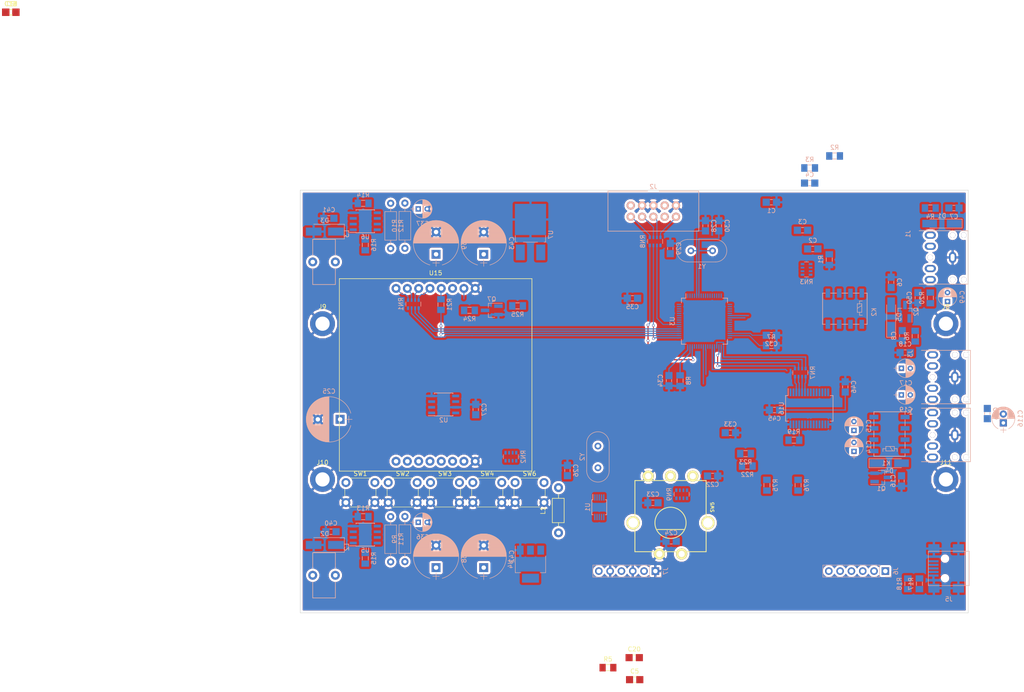
<source format=kicad_pcb>
(kicad_pcb (version 4) (host pcbnew 4.0.7)
  (layers (0 F.Cu signal) (31 B.Cu signal) (34 B.Paste user) (35 F.Paste user) (36 B.SilkS user) (37 F.SilkS user) (38 B.Mask user) (39 F.Mask user) (44 Edge.Cuts user))
  (net 0 "")
  (net 1 GND)
  (net 2 "Net-(C30-Pad1)")
  (net 3 "Net-(C41-Pad1)")
  (net 4 "Net-(C32-Pad1)")
  (net 5 "Net-(C15-Pad2)")
  (net 6 "Net-(D2-Pad1)")
  (net 7 +3V3)
  (net 8 "Net-(C2-Pad2)")
  (net 9 CLK0)
  (net 10 "Net-(C3-Pad2)")
  (net 11 CLK1)
  (net 12 "Net-(C4-Pad2)")
  (net 13 CLK2)
  (net 14 LINE_OUT_RIGHT)
  (net 15 "Net-(C14-Pad2)")
  (net 16 "Net-(C17-Pad2)")
  (net 17 ENCODER_A)
  (net 18 ENCODER_B)
  (net 19 KEY_MENU)
  (net 20 "Net-(C28-Pad1)")
  (net 21 MCU_RESET)
  (net 22 KEY_A)
  (net 23 +9V)
  (net 24 +12V)
  (net 25 "Net-(C40-Pad1)")
  (net 26 KEY_B)
  (net 27 KEY_C)
  (net 28 KEY_D)
  (net 29 "Net-(D3-Pad1)")
  (net 30 "Net-(R7-Pad2)")
  (net 31 "Net-(R8-Pad1)")
  (net 32 "Net-(R11-Pad1)")
  (net 33 "Net-(R10-Pad2)")
  (net 34 "Net-(R13-Pad1)")
  (net 35 "Net-(R14-Pad1)")
  (net 36 LCD_RESET)
  (net 37 LCD_DC)
  (net 38 LCD_CE)
  (net 39 LCD_DIN)
  (net 40 BAND0)
  (net 41 BAND2)
  (net 42 BAND1)
  (net 43 BAND3)
  (net 44 "Net-(RN7-Pad1)")
  (net 45 "Net-(RN7-Pad3)")
  (net 46 "Net-(RN7-Pad2)")
  (net 47 "Net-(RN7-Pad4)")
  (net 48 I2S_SDO)
  (net 49 I2S_SCLK)
  (net 50 I2S_LRCK)
  (net 51 I2S_SDI)
  (net 52 SWCLK)
  (net 53 SWDIO)
  (net 54 SWO)
  (net 55 "Net-(U1-Pad2)")
  (net 56 "Net-(U1-Pad3)")
  (net 57 I2C_SCL)
  (net 58 I2C_SDA)
  (net 59 LINE_IN_LEFT)
  (net 60 LINE_IN_RIGHT)
  (net 61 "Net-(C17-Pad1)")
  (net 62 "Net-(C19-Pad1)")
  (net 63 "Net-(C19-Pad2)")
  (net 64 "Net-(J5-Pad2)")
  (net 65 "Net-(J5-Pad3)")
  (net 66 "Net-(Q7-Pad1)")
  (net 67 "Net-(Q7-Pad3)")
  (net 68 USB_DP)
  (net 69 USB_DM)
  (net 70 "Net-(J2-Pad2)")
  (net 71 "Net-(J2-Pad6)")
  (net 72 "Net-(J2-Pad4)")
  (net 73 "Net-(J2-Pad10)")
  (net 74 LCD_CLK)
  (net 75 LCD_LIGHT)
  (net 76 I2S_MCLK)
  (net 77 TX1)
  (net 78 PTT_IN)
  (net 79 MIC_BIAS)
  (net 80 MIC_IN)
  (net 81 "Net-(C116-Pad1)")
  (net 82 "Net-(R19-Pad1)")
  (net 83 "Net-(D1-Pad1)")
  (net 84 I_IN)
  (net 85 Q_IN)
  (net 86 "Net-(C49-Pad2)")
  (net 87 "Net-(R21-Pad2)")
  (net 88 "Net-(J4-Pad2)")
  (net 89 "Net-(J4-Pad1)")
  (net 90 "Net-(C16-Pad1)")
  (net 91 "Net-(C5-Pad1)")
  (net 92 "Net-(C6-Pad1)")
  (net 93 "Net-(C8-Pad1)")
  (net 94 I2C_SCL_MCU)
  (net 95 I2C_SDA_MCU)
  (net 96 "Net-(RN1-Pad1)")
  (net 97 "Net-(RN1-Pad3)")
  (net 98 "Net-(RN1-Pad2)")
  (net 99 "Net-(RN1-Pad4)")
  (net 100 KEY_E)
  (net 101 "Net-(R24-Pad1)")
  (net 102 "Net-(J2-Pad7)")
  (net 103 "Net-(J2-Pad8)")
  (net 104 "Net-(J3-Pad5)")
  (net 105 "Net-(J3-Pad4)")
  (net 106 "Net-(J5-Pad1)")
  (net 107 "Net-(J5-Pad4)")
  (net 108 "Net-(J6-Pad3)")
  (net 109 "Net-(J6-Pad4)")
  (net 110 "Net-(J6-Pad5)")
  (net 111 "Net-(J6-Pad6)")
  (net 112 I_OUT)
  (net 113 Q_OUT)
  (net 114 "Net-(K2-Pad2)")
  (net 115 TX2)
  (net 116 "Net-(RN3-Pad7)")
  (net 117 "Net-(RN3-Pad8)")
  (net 118 "Net-(RN3-Pad6)")
  (net 119 "Net-(RN3-Pad5)")
  (net 120 "Net-(U2-Pad1)")
  (net 121 "Net-(U2-Pad2)")
  (net 122 "Net-(U2-Pad3)")
  (net 123 "Net-(U3-Pad1)")
  (net 124 "Net-(U3-Pad8)")
  (net 125 "Net-(U3-Pad9)")
  (net 126 "Net-(U3-Pad10)")
  (net 127 "Net-(U3-Pad11)")
  (net 128 "Net-(U3-Pad13)")
  (net 129 "Net-(U3-Pad14)")
  (net 130 "Net-(U3-Pad15)")
  (net 131 "Net-(U3-Pad16)")
  (net 132 "Net-(U3-Pad17)")
  (net 133 "Net-(U3-Pad20)")
  (net 134 "Net-(U3-Pad21)")
  (net 135 "Net-(U3-Pad24)")
  (net 136 "Net-(U3-Pad25)")
  (net 137 "Net-(U3-Pad38)")
  (net 138 "Net-(U3-Pad39)")
  (net 139 "Net-(U3-Pad42)")
  (net 140 I_IN_M2)
  (net 141 Q_IN_M1)
  (net 142 Q_IN_M2)
  (net 143 "Net-(U16-Pad2)")
  (net 144 LINE_OUT_LEFT)
  (net 145 "Net-(U16-Pad26)")
  (net 146 "Net-(U3-Pad43)")
  (net 147 "Net-(U3-Pad61)")
  (net 148 "Net-(U3-Pad62)")
  (module UI:C_1206_0603 (layer B.Cu) (at 170.8 42.7)
    (fp_text reference C1 (at 0 1.9) (layer B.SilkS) (effects (justify mirror)))
    (fp_text value 100nF)
    (pad 2 smd rect (at 1.15 0) (size 1.6 1.6) (layers B.Cu B.Paste B.Mask) (net 1 GND))
    (pad 1 smd rect (at -1.15 0) (size 1.6 1.6) (layers B.Cu B.Paste B.Mask) (net 7 +3V3))
  )
  (module UI:C_1206_0603 (layer B.Cu) (at 180.1 53.2 180)
    (fp_text reference C2 (at 0 1.9 180) (layer B.SilkS) (effects (justify mirror)))
    (fp_text value 100nF)
    (pad 2 smd rect (at 1.15 0 180) (size 1.6 1.6) (layers B.Cu B.Paste B.Mask) (net 8 "Net-(C2-Pad2)"))
    (pad 1 smd rect (at -1.15 0 180) (size 1.6 1.6) (layers B.Cu B.Paste B.Mask) (net 9 CLK0))
  )
  (module Diodes_SMD:D_SMA_Handsoldering (layer B.Cu) (at 70.5 49.3 180)
    (fp_text reference D3 (at 0 2.5 180) (layer B.SilkS) (effects (justify mirror)))
    (fp_text value SS14)
    (pad 1 smd rect (at -2.5 0 180) (size 3.5 1.8) (layers B.Cu B.Paste B.Mask) (net 29 "Net-(D3-Pad1)"))
    (pad 2 smd rect (at 2.5 0 180) (size 3.5 1.8) (layers B.Cu B.Paste B.Mask) (net 1 GND))
  )
  (module UI:R_1206_0603 (layer B.Cu) (at 185 32.3 180)
    (fp_text reference R2 (at 0 1.9 180) (layer B.SilkS) (effects (justify mirror)))
    (fp_text value 100)
    (pad 1 smd rect (at -1.2 0 90) (size 1.7 1.4) (layers B.Cu B.Paste B.Mask) (net 11 CLK1))
    (pad 2 smd rect (at 1.2 0 180) (size 1.4 1.7) (layers B.Cu B.Paste B.Mask) (net 1 GND))
  )
  (module UI:R_1206_0603 (layer B.Cu) (at 179.4 35 180)
    (fp_text reference R3 (at 0 1.9 180) (layer B.SilkS) (effects (justify mirror)))
    (fp_text value 100)
    (pad 1 smd rect (at -1.2 0 90) (size 1.7 1.4) (layers B.Cu B.Paste B.Mask) (net 13 CLK2))
    (pad 2 smd rect (at 1.2 0 180) (size 1.4 1.7) (layers B.Cu B.Paste B.Mask) (net 1 GND))
  )
  (module Resistors_ThroughHole:R_Axial_DIN0207_L6.3mm_D2.5mm_P10.16mm_Horizontal (layer B.Cu) (at 88.5 113.325 270)
    (fp_text reference R9 (at 5.08 2.31 270) (layer B.SilkS) (effects (justify mirror)))
    (fp_text value 0.49R)
    (pad 1 thru_hole circle (at 0 0 270) (size 1.6 1.6) (drill 0.8) (layers *.Cu *.Mask) (net 23 +9V))
    (pad 2 thru_hole oval (at 10.16 0 270) (size 1.6 1.6) (drill 0.8) (layers *.Cu *.Mask) (net 32 "Net-(R11-Pad1)"))
  )
  (module UI:R_1206_0603 (layer B.Cu) (at 79.125 113.375 180)
    (fp_text reference R13 (at 0 1.9 180) (layer B.SilkS) (effects (justify mirror)))
    (fp_text value 11k)
    (pad 1 smd rect (at -1.2 0 90) (size 1.7 1.4) (layers B.Cu B.Paste B.Mask) (net 34 "Net-(R13-Pad1)"))
    (pad 2 smd rect (at 1.2 0 180) (size 1.4 1.7) (layers B.Cu B.Paste B.Mask) (net 1 GND))
  )
  (module Resistors_SMD:R_Array_Convex_4x0603 (layer B.Cu) (at 90.4 65.6 270)
    (fp_text reference RN1 (at 0 2.8 270) (layer B.SilkS) (effects (justify mirror)))
    (fp_text value 56R)
    (pad 1 smd rect (at -0.9 1.2 270) (size 0.8 0.5) (layers B.Cu B.Paste B.Mask) (net 96 "Net-(RN1-Pad1)"))
    (pad 3 smd rect (at -0.9 -0.4 270) (size 0.8 0.4) (layers B.Cu B.Paste B.Mask) (net 97 "Net-(RN1-Pad3)"))
    (pad 2 smd rect (at -0.9 0.4 270) (size 0.8 0.4) (layers B.Cu B.Paste B.Mask) (net 98 "Net-(RN1-Pad2)"))
    (pad 4 smd rect (at -0.9 -1.2 270) (size 0.8 0.5) (layers B.Cu B.Paste B.Mask) (net 99 "Net-(RN1-Pad4)"))
    (pad 7 smd rect (at 0.9 0.4 270) (size 0.8 0.4) (layers B.Cu B.Paste B.Mask) (net 38 LCD_CE))
    (pad 8 smd rect (at 0.9 1.2 270) (size 0.8 0.5) (layers B.Cu B.Paste B.Mask) (net 36 LCD_RESET))
    (pad 6 smd rect (at 0.9 -0.4 270) (size 0.8 0.4) (layers B.Cu B.Paste B.Mask) (net 37 LCD_DC))
    (pad 5 smd rect (at 0.9 -1.2 270) (size 0.8 0.5) (layers B.Cu B.Paste B.Mask) (net 39 LCD_DIN))
  )
  (module Resistors_SMD:R_Array_Convex_4x0603 (layer B.Cu) (at 112.3 99.9 90)
    (fp_text reference RN2 (at 0 2.8 90) (layer B.SilkS) (effects (justify mirror)))
    (fp_text value 4.7k)
    (pad 1 smd rect (at -0.9 1.2 90) (size 0.8 0.5) (layers B.Cu B.Paste B.Mask) (net 28 KEY_D))
    (pad 3 smd rect (at -0.9 -0.4 90) (size 0.8 0.4) (layers B.Cu B.Paste B.Mask) (net 26 KEY_B))
    (pad 2 smd rect (at -0.9 0.4 90) (size 0.8 0.4) (layers B.Cu B.Paste B.Mask) (net 27 KEY_C))
    (pad 4 smd rect (at -0.9 -1.2 90) (size 0.8 0.5) (layers B.Cu B.Paste B.Mask) (net 22 KEY_A))
    (pad 7 smd rect (at 0.9 0.4 90) (size 0.8 0.4) (layers B.Cu B.Paste B.Mask) (net 7 +3V3))
    (pad 8 smd rect (at 0.9 1.2 90) (size 0.8 0.5) (layers B.Cu B.Paste B.Mask) (net 7 +3V3))
    (pad 6 smd rect (at 0.9 -0.4 90) (size 0.8 0.4) (layers B.Cu B.Paste B.Mask) (net 7 +3V3))
    (pad 5 smd rect (at 0.9 -1.2 90) (size 0.8 0.5) (layers B.Cu B.Paste B.Mask) (net 7 +3V3))
  )
  (module Resistors_SMD:R_Array_Convex_4x0603 (layer B.Cu) (at 178.7 57.8)
    (fp_text reference RN3 (at 0 2.8) (layer B.SilkS) (effects (justify mirror)))
    (fp_text value 47)
    (pad 1 smd rect (at -0.9 1.2) (size 0.8 0.5) (layers B.Cu B.Paste B.Mask) (net 43 BAND3))
    (pad 3 smd rect (at -0.9 -0.4) (size 0.8 0.4) (layers B.Cu B.Paste B.Mask) (net 42 BAND1))
    (pad 2 smd rect (at -0.9 0.4) (size 0.8 0.4) (layers B.Cu B.Paste B.Mask) (net 41 BAND2))
    (pad 4 smd rect (at -0.9 -1.2) (size 0.8 0.5) (layers B.Cu B.Paste B.Mask) (net 40 BAND0))
    (pad 7 smd rect (at 0.9 0.4) (size 0.8 0.4) (layers B.Cu B.Paste B.Mask) (net 116 "Net-(RN3-Pad7)"))
    (pad 8 smd rect (at 0.9 1.2) (size 0.8 0.5) (layers B.Cu B.Paste B.Mask) (net 117 "Net-(RN3-Pad8)"))
    (pad 6 smd rect (at 0.9 -0.4) (size 0.8 0.4) (layers B.Cu B.Paste B.Mask) (net 118 "Net-(RN3-Pad6)"))
    (pad 5 smd rect (at 0.9 -1.2) (size 0.8 0.5) (layers B.Cu B.Paste B.Mask) (net 119 "Net-(RN3-Pad5)"))
  )
  (module Resistors_SMD:R_Array_Convex_4x0603 (layer B.Cu) (at 177.3 80.99 90)
    (fp_text reference RN7 (at 0 2.8 90) (layer B.SilkS) (effects (justify mirror)))
    (fp_text value 47)
    (pad 1 smd rect (at -0.9 1.2 90) (size 0.8 0.5) (layers B.Cu B.Paste B.Mask) (net 44 "Net-(RN7-Pad1)"))
    (pad 3 smd rect (at -0.9 -0.4 90) (size 0.8 0.4) (layers B.Cu B.Paste B.Mask) (net 45 "Net-(RN7-Pad3)"))
    (pad 2 smd rect (at -0.9 0.4 90) (size 0.8 0.4) (layers B.Cu B.Paste B.Mask) (net 46 "Net-(RN7-Pad2)"))
    (pad 4 smd rect (at -0.9 -1.2 90) (size 0.8 0.5) (layers B.Cu B.Paste B.Mask) (net 47 "Net-(RN7-Pad4)"))
    (pad 7 smd rect (at 0.9 0.4 90) (size 0.8 0.4) (layers B.Cu B.Paste B.Mask) (net 50 I2S_LRCK))
    (pad 8 smd rect (at 0.9 1.2 90) (size 0.8 0.5) (layers B.Cu B.Paste B.Mask) (net 51 I2S_SDI))
    (pad 6 smd rect (at 0.9 -0.4 90) (size 0.8 0.4) (layers B.Cu B.Paste B.Mask) (net 48 I2S_SDO))
    (pad 5 smd rect (at 0.9 -1.2 90) (size 0.8 0.5) (layers B.Cu B.Paste B.Mask) (net 49 I2S_SCLK))
  )
  (module Resistors_SMD:R_Array_Convex_4x0603 (layer B.Cu) (at 144.7 51.5 270)
    (fp_text reference RN8 (at 0 2.8 270) (layer B.SilkS) (effects (justify mirror)))
    (fp_text value 47)
    (pad 1 smd rect (at -0.9 1.2 270) (size 0.8 0.5) (layers B.Cu B.Paste B.Mask) (net 70 "Net-(J2-Pad2)"))
    (pad 3 smd rect (at -0.9 -0.4 270) (size 0.8 0.4) (layers B.Cu B.Paste B.Mask) (net 71 "Net-(J2-Pad6)"))
    (pad 2 smd rect (at -0.9 0.4 270) (size 0.8 0.4) (layers B.Cu B.Paste B.Mask) (net 72 "Net-(J2-Pad4)"))
    (pad 4 smd rect (at -0.9 -1.2 270) (size 0.8 0.5) (layers B.Cu B.Paste B.Mask) (net 73 "Net-(J2-Pad10)"))
    (pad 7 smd rect (at 0.9 0.4 270) (size 0.8 0.4) (layers B.Cu B.Paste B.Mask) (net 52 SWCLK))
    (pad 8 smd rect (at 0.9 1.2 270) (size 0.8 0.5) (layers B.Cu B.Paste B.Mask) (net 53 SWDIO))
    (pad 6 smd rect (at 0.9 -0.4 270) (size 0.8 0.4) (layers B.Cu B.Paste B.Mask) (net 54 SWO))
    (pad 5 smd rect (at 0.9 -1.2 270) (size 0.8 0.5) (layers B.Cu B.Paste B.Mask) (net 21 MCU_RESET))
  )
  (module Resistors_SMD:R_Array_Convex_4x0603 (layer B.Cu) (at 150.65 108.33 270)
    (fp_text reference RN9 (at 0 2.8 270) (layer B.SilkS) (effects (justify mirror)))
    (fp_text value 4.7k)
    (pad 1 smd rect (at -0.9 1.2 270) (size 0.8 0.5) (layers B.Cu B.Paste B.Mask) (net 19 KEY_MENU))
    (pad 3 smd rect (at -0.9 -0.4 270) (size 0.8 0.4) (layers B.Cu B.Paste B.Mask) (net 17 ENCODER_A))
    (pad 2 smd rect (at -0.9 0.4 270) (size 0.8 0.4) (layers B.Cu B.Paste B.Mask) (net 18 ENCODER_B))
    (pad 4 smd rect (at -0.9 -1.2 270) (size 0.8 0.5) (layers B.Cu B.Paste B.Mask) (net 100 KEY_E))
    (pad 7 smd rect (at 0.9 0.4 270) (size 0.8 0.4) (layers B.Cu B.Paste B.Mask) (net 7 +3V3))
    (pad 8 smd rect (at 0.9 1.2 270) (size 0.8 0.5) (layers B.Cu B.Paste B.Mask) (net 7 +3V3))
    (pad 6 smd rect (at 0.9 -0.4 270) (size 0.8 0.4) (layers B.Cu B.Paste B.Mask) (net 7 +3V3))
    (pad 5 smd rect (at 0.9 -1.2 270) (size 0.8 0.5) (layers B.Cu B.Paste B.Mask) (net 7 +3V3))
  )
  (module Housings_SSOP:MSOP-10_3x3mm_Pitch0.5mm (layer B.Cu) (at 132.15 111.25 270)
    (fp_text reference U1 (at 0 2.6 270) (layer B.SilkS) (effects (justify mirror)))
    (fp_text value SI5351A)
    (pad 1 smd rect (at -2.2 1 270) (size 1.4 0.3) (layers B.Cu B.Paste B.Mask) (net 7 +3V3))
    (pad 2 smd rect (at -2.2 0.5 270) (size 1.4 0.3) (layers B.Cu B.Paste B.Mask) (net 55 "Net-(U1-Pad2)"))
    (pad 3 smd rect (at -2.2 0 270) (size 1.4 0.3) (layers B.Cu B.Paste B.Mask) (net 56 "Net-(U1-Pad3)"))
    (pad 4 smd rect (at -2.2 -0.5 270) (size 1.4 0.3) (layers B.Cu B.Paste B.Mask) (net 57 I2C_SCL))
    (pad 5 smd rect (at -2.2 -1 270) (size 1.4 0.3) (layers B.Cu B.Paste B.Mask) (net 58 I2C_SDA))
    (pad 6 smd rect (at 2.2 -1 270) (size 1.4 0.3) (layers B.Cu B.Paste B.Mask) (net 12 "Net-(C4-Pad2)"))
    (pad 7 smd rect (at 2.2 -0.5 270) (size 1.4 0.3) (layers B.Cu B.Paste B.Mask) (net 7 +3V3))
    (pad 8 smd rect (at 2.2 0 270) (size 1.4 0.3) (layers B.Cu B.Paste B.Mask) (net 1 GND))
    (pad 9 smd rect (at 2.2 0.5 270) (size 1.4 0.3) (layers B.Cu B.Paste B.Mask) (net 10 "Net-(C3-Pad2)"))
    (pad 10 smd rect (at 2.2 1 270) (size 1.4 0.3) (layers B.Cu B.Paste B.Mask) (net 8 "Net-(C2-Pad2)"))
  )
  (module Housings_QFP:LQFP-64_10x10mm_Pitch0.5mm (layer B.Cu) (at 155.775 69.425 270)
    (fp_text reference U3 (at 0 7.2 270) (layer B.SilkS) (effects (justify mirror)))
    (fp_text value STM32F401RCTx)
    (pad 1 smd rect (at -5.7 3.75 270) (size 1 0.25) (layers B.Cu B.Paste B.Mask) (net 123 "Net-(U3-Pad1)"))
    (pad 2 smd rect (at -5.7 3.25 270) (size 1 0.25) (layers B.Cu B.Paste B.Mask) (net 26 KEY_B))
    (pad 3 smd rect (at -5.7 2.75 270) (size 1 0.25) (layers B.Cu B.Paste B.Mask) (net 27 KEY_C))
    (pad 4 smd rect (at -5.7 2.25 270) (size 1 0.25) (layers B.Cu B.Paste B.Mask) (net 28 KEY_D))
    (pad 5 smd rect (at -5.7 1.75 270) (size 1 0.25) (layers B.Cu B.Paste B.Mask) (net 20 "Net-(C28-Pad1)"))
    (pad 6 smd rect (at -5.7 1.25 270) (size 1 0.25) (layers B.Cu B.Paste B.Mask) (net 2 "Net-(C30-Pad1)"))
    (pad 7 smd rect (at -5.7 0.75 270) (size 1 0.25) (layers B.Cu B.Paste B.Mask) (net 21 MCU_RESET))
    (pad 8 smd rect (at -5.7 0.25 270) (size 1 0.25) (layers B.Cu B.Paste B.Mask) (net 124 "Net-(U3-Pad8)"))
    (pad 9 smd rect (at -5.7 -0.25 270) (size 1 0.25) (layers B.Cu B.Paste B.Mask) (net 125 "Net-(U3-Pad9)"))
    (pad 10 smd rect (at -5.7 -0.75 270) (size 1 0.25) (layers B.Cu B.Paste B.Mask) (net 126 "Net-(U3-Pad10)"))
    (pad 11 smd rect (at -5.7 -1.25 270) (size 1 0.25) (layers B.Cu B.Paste B.Mask) (net 127 "Net-(U3-Pad11)"))
    (pad 12 smd rect (at -5.7 -1.75 270) (size 1 0.25) (layers B.Cu B.Paste B.Mask) (net 1 GND))
    (pad 13 smd rect (at -5.7 -2.25 270) (size 1 0.25) (layers B.Cu B.Paste B.Mask) (net 128 "Net-(U3-Pad13)"))
    (pad 14 smd rect (at -5.7 -2.75 270) (size 1 0.25) (layers B.Cu B.Paste B.Mask) (net 129 "Net-(U3-Pad14)"))
    (pad 15 smd rect (at -5.7 -3.25 270) (size 1 0.25) (layers B.Cu B.Paste B.Mask) (net 130 "Net-(U3-Pad15)"))
    (pad 16 smd rect (at -5.7 -3.75 270) (size 1 0.25) (layers B.Cu B.Paste B.Mask) (net 131 "Net-(U3-Pad16)"))
    (pad 17 smd rect (at -3.75 -5.7 180) (size 1 0.25) (layers B.Cu B.Paste B.Mask) (net 132 "Net-(U3-Pad17)"))
    (pad 18 smd rect (at -3.25 -5.7 180) (size 1 0.25) (layers B.Cu B.Paste B.Mask) (net 1 GND))
    (pad 19 smd rect (at -2.75 -5.7 180) (size 1 0.25) (layers B.Cu B.Paste B.Mask) (net 7 +3V3))
    (pad 20 smd rect (at -2.25 -5.7 180) (size 1 0.25) (layers B.Cu B.Paste B.Mask) (net 133 "Net-(U3-Pad20)"))
    (pad 21 smd rect (at -1.75 -5.7 180) (size 1 0.25) (layers B.Cu B.Paste B.Mask) (net 134 "Net-(U3-Pad21)"))
    (pad 22 smd rect (at -1.25 -5.7 180) (size 1 0.25) (layers B.Cu B.Paste B.Mask) (net 17 ENCODER_A))
    (pad 23 smd rect (at -0.75 -5.7 180) (size 1 0.25) (layers B.Cu B.Paste B.Mask) (net 18 ENCODER_B))
    (pad 24 smd rect (at -0.25 -5.7 180) (size 1 0.25) (layers B.Cu B.Paste B.Mask) (net 135 "Net-(U3-Pad24)"))
    (pad 25 smd rect (at 0.25 -5.7 180) (size 1 0.25) (layers B.Cu B.Paste B.Mask) (net 136 "Net-(U3-Pad25)"))
    (pad 26 smd rect (at 0.75 -5.7 180) (size 1 0.25) (layers B.Cu B.Paste B.Mask) (net 40 BAND0))
    (pad 27 smd rect (at 1.25 -5.7 180) (size 1 0.25) (layers B.Cu B.Paste B.Mask) (net 42 BAND1))
    (pad 28 smd rect (at 1.75 -5.7 180) (size 1 0.25) (layers B.Cu B.Paste B.Mask) (net 41 BAND2))
    (pad 29 smd rect (at 2.25 -5.7 180) (size 1 0.25) (layers B.Cu B.Paste B.Mask) (net 43 BAND3))
    (pad 30 smd rect (at 2.75 -5.7 180) (size 1 0.25) (layers B.Cu B.Paste B.Mask) (net 4 "Net-(C32-Pad1)"))
    (pad 31 smd rect (at 3.25 -5.7 180) (size 1 0.25) (layers B.Cu B.Paste B.Mask) (net 30 "Net-(R7-Pad2)"))
    (pad 32 smd rect (at 3.75 -5.7 180) (size 1 0.25) (layers B.Cu B.Paste B.Mask) (net 7 +3V3))
    (pad 33 smd rect (at 5.7 -3.75 270) (size 1 0.25) (layers B.Cu B.Paste B.Mask) (net 50 I2S_LRCK))
    (pad 34 smd rect (at 5.7 -3.25 270) (size 1 0.25) (layers B.Cu B.Paste B.Mask) (net 49 I2S_SCLK))
    (pad 35 smd rect (at 5.7 -2.75 270) (size 1 0.25) (layers B.Cu B.Paste B.Mask) (net 51 I2S_SDI))
    (pad 36 smd rect (at 5.7 -2.25 270) (size 1 0.25) (layers B.Cu B.Paste B.Mask) (net 48 I2S_SDO))
    (pad 37 smd rect (at 5.7 -1.75 270) (size 1 0.25) (layers B.Cu B.Paste B.Mask) (net 76 I2S_MCLK))
    (pad 38 smd rect (at 5.7 -1.25 270) (size 1 0.25) (layers B.Cu B.Paste B.Mask) (net 137 "Net-(U3-Pad38)"))
    (pad 39 smd rect (at 5.7 -0.75 270) (size 1 0.25) (layers B.Cu B.Paste B.Mask) (net 138 "Net-(U3-Pad39)"))
    (pad 40 smd rect (at 5.7 -0.25 270) (size 1 0.25) (layers B.Cu B.Paste B.Mask) (net 95 I2C_SDA_MCU))
    (pad 41 smd rect (at 5.7 0.25 270) (size 1 0.25) (layers B.Cu B.Paste B.Mask) (net 94 I2C_SCL_MCU))
    (pad 42 smd rect (at 5.7 0.75 270) (size 1 0.25) (layers B.Cu B.Paste B.Mask) (net 139 "Net-(U3-Pad42)"))
    (pad 43 smd rect (at 5.7 1.25 270) (size 1 0.25) (layers B.Cu B.Paste B.Mask) (net 146 "Net-(U3-Pad43)"))
    (pad 44 smd rect (at 5.7 1.75 270) (size 1 0.25) (layers B.Cu B.Paste B.Mask) (net 69 USB_DM))
    (pad 45 smd rect (at 5.7 2.25 270) (size 1 0.25) (layers B.Cu B.Paste B.Mask) (net 68 USB_DP))
    (pad 46 smd rect (at 5.7 2.75 270) (size 1 0.25) (layers B.Cu B.Paste B.Mask) (net 53 SWDIO))
    (pad 47 smd rect (at 5.7 3.25 270) (size 1 0.25) (layers B.Cu B.Paste B.Mask) (net 31 "Net-(R8-Pad1)"))
    (pad 48 smd rect (at 5.7 3.75 270) (size 1 0.25) (layers B.Cu B.Paste B.Mask) (net 7 +3V3))
    (pad 49 smd rect (at 3.75 5.7 180) (size 1 0.25) (layers B.Cu B.Paste B.Mask) (net 52 SWCLK))
    (pad 50 smd rect (at 3.25 5.7 180) (size 1 0.25) (layers B.Cu B.Paste B.Mask) (net 38 LCD_CE))
    (pad 51 smd rect (at 2.75 5.7 180) (size 1 0.25) (layers B.Cu B.Paste B.Mask) (net 74 LCD_CLK))
    (pad 52 smd rect (at 2.25 5.7 180) (size 1 0.25) (layers B.Cu B.Paste B.Mask) (net 37 LCD_DC))
    (pad 53 smd rect (at 1.75 5.7 180) (size 1 0.25) (layers B.Cu B.Paste B.Mask) (net 39 LCD_DIN))
    (pad 54 smd rect (at 1.25 5.7 180) (size 1 0.25) (layers B.Cu B.Paste B.Mask) (net 36 LCD_RESET))
    (pad 55 smd rect (at 0.75 5.7 180) (size 1 0.25) (layers B.Cu B.Paste B.Mask) (net 54 SWO))
    (pad 56 smd rect (at 0.25 5.7 180) (size 1 0.25) (layers B.Cu B.Paste B.Mask) (net 75 LCD_LIGHT))
    (pad 57 smd rect (at -0.25 5.7 180) (size 1 0.25) (layers B.Cu B.Paste B.Mask) (net 140 I_IN_M2))
    (pad 58 smd rect (at -0.75 5.7 180) (size 1 0.25) (layers B.Cu B.Paste B.Mask) (net 141 Q_IN_M1))
    (pad 59 smd rect (at -1.25 5.7 180) (size 1 0.25) (layers B.Cu B.Paste B.Mask) (net 142 Q_IN_M2))
    (pad 60 smd rect (at -1.75 5.7 180) (size 1 0.25) (layers B.Cu B.Paste B.Mask) (net 1 GND))
    (pad 61 smd rect (at -2.25 5.7 180) (size 1 0.25) (layers B.Cu B.Paste B.Mask) (net 147 "Net-(U3-Pad61)"))
    (pad 62 smd rect (at -2.75 5.7 180) (size 1 0.25) (layers B.Cu B.Paste B.Mask) (net 148 "Net-(U3-Pad62)"))
    (pad 63 smd rect (at -3.25 5.7 180) (size 1 0.25) (layers B.Cu B.Paste B.Mask) (net 1 GND))
    (pad 64 smd rect (at -3.75 5.7 180) (size 1 0.25) (layers B.Cu B.Paste B.Mask) (net 7 +3V3))
  )
  (module UI:SOIC-8_3.9x4.9mm_Pitch1.27mm (layer B.Cu) (at 79.6 46.975)
    (fp_text reference U6 (at 0 3.5) (layer B.SilkS) (effects (justify mirror)))
    (fp_text value MC34063)
    (pad 1 smd rect (at -2.7 1.905) (size 1.55 0.6) (layers B.Cu B.Paste B.Mask) (net 33 "Net-(R10-Pad2)"))
    (pad 2 smd rect (at -2.7 0.635) (size 1.55 0.6) (layers B.Cu B.Paste B.Mask) (net 29 "Net-(D3-Pad1)"))
    (pad 3 smd rect (at -2.7 -0.635) (size 1.55 0.6) (layers B.Cu B.Paste B.Mask) (net 3 "Net-(C41-Pad1)"))
    (pad 4 smd rect (at -2.7 -1.905) (size 1.55 0.6) (layers B.Cu B.Paste B.Mask) (net 1 GND))
    (pad 5 smd rect (at 2.7 -1.905) (size 1.55 0.6) (layers B.Cu B.Paste B.Mask) (net 35 "Net-(R14-Pad1)"))
    (pad 6 smd rect (at 2.7 -0.635) (size 1.55 0.6) (layers B.Cu B.Paste B.Mask) (net 24 +12V))
    (pad 7 smd rect (at 2.7 0.635) (size 1.55 0.6) (layers B.Cu B.Paste B.Mask) (net 33 "Net-(R10-Pad2)"))
    (pad 8 smd rect (at 2.7 1.905) (size 1.55 0.6) (layers B.Cu B.Paste B.Mask) (net 33 "Net-(R10-Pad2)"))
  )
  (module Crystals:Crystal_HC49-U_Vertical (layer B.Cu) (at 152.72 53.6)
    (fp_text reference Y1 (at 2.44 3.525) (layer B.SilkS) (effects (justify mirror)))
    (fp_text value 20Mhz)
    (pad 1 thru_hole circle (at 0 0) (size 1.5 1.5) (drill 0.8) (layers *.Cu *.Mask) (net 20 "Net-(C28-Pad1)"))
    (pad 2 thru_hole circle (at 4.88 0) (size 1.5 1.5) (drill 0.8) (layers *.Cu *.Mask) (net 2 "Net-(C30-Pad1)"))
  )
  (module Crystals:Crystal_HC49-U_Vertical (layer B.Cu) (at 131.85 97.5 270)
    (fp_text reference Y2 (at 2.44 3.525 270) (layer B.SilkS) (effects (justify mirror)))
    (fp_text value Crystal)
    (pad 1 thru_hole circle (at 0 0 270) (size 1.5 1.5) (drill 0.8) (layers *.Cu *.Mask) (net 56 "Net-(U1-Pad3)"))
    (pad 2 thru_hole circle (at 4.88 0 270) (size 1.5 1.5) (drill 0.8) (layers *.Cu *.Mask) (net 55 "Net-(U1-Pad2)"))
  )
  (module UI:C_1206_0603 (layer B.Cu) (at 177.8 49 180)
    (fp_text reference C3 (at 0 1.9 180) (layer B.SilkS) (effects (justify mirror)))
    (fp_text value 100nF)
    (pad 2 smd rect (at 1.15 0 180) (size 1.6 1.6) (layers B.Cu B.Paste B.Mask) (net 10 "Net-(C3-Pad2)"))
    (pad 1 smd rect (at -1.15 0 180) (size 1.6 1.6) (layers B.Cu B.Paste B.Mask) (net 11 CLK1))
  )
  (module UI:C_1206_0603 (layer B.Cu) (at 179.4 38.4 180)
    (fp_text reference C4 (at 0 1.9 180) (layer B.SilkS) (effects (justify mirror)))
    (fp_text value 100nF)
    (pad 2 smd rect (at 1.15 0 180) (size 1.6 1.6) (layers B.Cu B.Paste B.Mask) (net 12 "Net-(C4-Pad2)"))
    (pad 1 smd rect (at -1.15 0 180) (size 1.6 1.6) (layers B.Cu B.Paste B.Mask) (net 13 CLK2))
  )
  (module Capacitors_ThroughHole:CP_Radial_D10.0mm_P5.00mm (layer B.Cu) (at 73.95 91.5 180)
    (fp_text reference C25 (at 2.5 6.31 180) (layer B.SilkS) (effects (justify mirror)))
    (fp_text value 330uF)
    (pad 1 thru_hole rect (at 0 0 180) (size 2 2) (drill 1) (layers *.Cu *.Mask) (net 7 +3V3))
    (pad 2 thru_hole circle (at 5 0 180) (size 2 2) (drill 1) (layers *.Cu *.Mask) (net 1 GND))
  )
  (module UI:C_1206_0603 (layer B.Cu) (at 125 103 90)
    (fp_text reference C26 (at 0 1.9 90) (layer B.SilkS) (effects (justify mirror)))
    (fp_text value 100nF)
    (pad 2 smd rect (at 1.15 0 90) (size 1.6 1.6) (layers B.Cu B.Paste B.Mask) (net 1 GND))
    (pad 1 smd rect (at -1.15 0 90) (size 1.6 1.6) (layers B.Cu B.Paste B.Mask) (net 7 +3V3))
  )
  (module UI:C_1206_0603 (layer B.Cu) (at 104.4 89.3 90)
    (fp_text reference C27 (at 0 1.9 90) (layer B.SilkS) (effects (justify mirror)))
    (fp_text value 100nF)
    (pad 2 smd rect (at 1.15 0 90) (size 1.6 1.6) (layers B.Cu B.Paste B.Mask) (net 1 GND))
    (pad 1 smd rect (at -1.15 0 90) (size 1.6 1.6) (layers B.Cu B.Paste B.Mask) (net 7 +3V3))
  )
  (module UI:C_1206_0603 (layer B.Cu) (at 156 48 90)
    (fp_text reference C28 (at 0 1.9 90) (layer B.SilkS) (effects (justify mirror)))
    (fp_text value 22)
    (pad 2 smd rect (at 1.15 0 90) (size 1.6 1.6) (layers B.Cu B.Paste B.Mask) (net 1 GND))
    (pad 1 smd rect (at -1.15 0 90) (size 1.6 1.6) (layers B.Cu B.Paste B.Mask) (net 20 "Net-(C28-Pad1)"))
  )
  (module UI:C_1206_0603 (layer B.Cu) (at 148.1 53.1 90)
    (fp_text reference C29 (at 0 1.9 90) (layer B.SilkS) (effects (justify mirror)))
    (fp_text value 100nF)
    (pad 2 smd rect (at 1.15 0 90) (size 1.6 1.6) (layers B.Cu B.Paste B.Mask) (net 1 GND))
    (pad 1 smd rect (at -1.15 0 90) (size 1.6 1.6) (layers B.Cu B.Paste B.Mask) (net 21 MCU_RESET))
  )
  (module UI:C_1206_0603 (layer B.Cu) (at 159 48 90)
    (fp_text reference C30 (at 0 1.9 90) (layer B.SilkS) (effects (justify mirror)))
    (fp_text value 22)
    (pad 2 smd rect (at 1.15 0 90) (size 1.6 1.6) (layers B.Cu B.Paste B.Mask) (net 1 GND))
    (pad 1 smd rect (at -1.15 0 90) (size 1.6 1.6) (layers B.Cu B.Paste B.Mask) (net 2 "Net-(C30-Pad1)"))
  )
  (module UI:C_1206_0603 (layer B.Cu) (at 170.8 72.6)
    (fp_text reference C32 (at 0 1.9) (layer B.SilkS) (effects (justify mirror)))
    (fp_text value 100nF)
    (pad 2 smd rect (at 1.15 0) (size 1.6 1.6) (layers B.Cu B.Paste B.Mask) (net 1 GND))
    (pad 1 smd rect (at -1.15 0) (size 1.6 1.6) (layers B.Cu B.Paste B.Mask) (net 4 "Net-(C32-Pad1)"))
  )
  (module UI:C_1206_0603 (layer B.Cu) (at 161.6 94.5 180)
    (fp_text reference C33 (at 0 1.9 180) (layer B.SilkS) (effects (justify mirror)))
    (fp_text value 100nF)
    (pad 2 smd rect (at 1.15 0 180) (size 1.6 1.6) (layers B.Cu B.Paste B.Mask) (net 7 +3V3))
    (pad 1 smd rect (at -1.15 0 180) (size 1.6 1.6) (layers B.Cu B.Paste B.Mask) (net 1 GND))
  )
  (module UI:C_1206_0603 (layer B.Cu) (at 147.8 82.8 90)
    (fp_text reference C34 (at 0 -1.9 90) (layer B.SilkS) (effects (justify mirror)))
    (fp_text value 100nF)
    (pad 2 smd rect (at 1.15 0 90) (size 1.6 1.6) (layers B.Cu B.Paste B.Mask) (net 7 +3V3))
    (pad 1 smd rect (at -1.15 0 90) (size 1.6 1.6) (layers B.Cu B.Paste B.Mask) (net 1 GND))
  )
  (module UI:C_1206_0603 (layer B.Cu) (at 139.6 64.3)
    (fp_text reference C35 (at 0 1.9) (layer B.SilkS) (effects (justify mirror)))
    (fp_text value 100nF)
    (pad 2 smd rect (at 1.15 0) (size 1.6 1.6) (layers B.Cu B.Paste B.Mask) (net 7 +3V3))
    (pad 1 smd rect (at -1.15 0) (size 1.6 1.6) (layers B.Cu B.Paste B.Mask) (net 1 GND))
  )
  (module Capacitors_ThroughHole:CP_Radial_D4.0mm_P2.00mm (layer B.Cu) (at 91.5 114.625)
    (fp_text reference C36 (at 1 3.31) (layer B.SilkS) (effects (justify mirror)))
    (fp_text value 10uF)
    (pad 1 thru_hole rect (at 0 0) (size 1.2 1.2) (drill 0.6) (layers *.Cu *.Mask) (net 23 +9V))
    (pad 2 thru_hole circle (at 2 0) (size 1.2 1.2) (drill 0.6) (layers *.Cu *.Mask) (net 1 GND))
  )
  (module Capacitors_ThroughHole:CP_Radial_D4.0mm_P2.00mm (layer B.Cu) (at 91.5 44.2)
    (fp_text reference C37 (at 1 3.31) (layer B.SilkS) (effects (justify mirror)))
    (fp_text value 10uF)
    (pad 1 thru_hole rect (at 0 0) (size 1.2 1.2) (drill 0.6) (layers *.Cu *.Mask) (net 24 +12V))
    (pad 2 thru_hole circle (at 2 0) (size 1.2 1.2) (drill 0.6) (layers *.Cu *.Mask) (net 1 GND))
  )
  (module Capacitors_ThroughHole:CP_Radial_D10.0mm_P5.00mm (layer B.Cu) (at 95.5 124.825 90)
    (fp_text reference C38 (at 2.5 6.31 90) (layer B.SilkS) (effects (justify mirror)))
    (fp_text value 1000uF)
    (pad 1 thru_hole rect (at 0 0 90) (size 2 2) (drill 1) (layers *.Cu *.Mask) (net 7 +3V3))
    (pad 2 thru_hole circle (at 5 0 90) (size 2 2) (drill 1) (layers *.Cu *.Mask) (net 1 GND))
  )
  (module Capacitors_ThroughHole:CP_Radial_D10.0mm_P5.00mm (layer B.Cu) (at 95.5 54.4 90)
    (fp_text reference C39 (at 2.5 6.31 90) (layer B.SilkS) (effects (justify mirror)))
    (fp_text value 1000uF)
    (pad 1 thru_hole rect (at 0 0 90) (size 2 2) (drill 1) (layers *.Cu *.Mask) (net 23 +9V))
    (pad 2 thru_hole circle (at 5 0 90) (size 2 2) (drill 1) (layers *.Cu *.Mask) (net 1 GND))
  )
  (module UI:C_1206_0603 (layer B.Cu) (at 71.9 116.75 180)
    (fp_text reference C40 (at 0 1.9 180) (layer B.SilkS) (effects (justify mirror)))
    (fp_text value 200pF)
    (pad 2 smd rect (at 1.15 0 180) (size 1.6 1.6) (layers B.Cu B.Paste B.Mask) (net 1 GND))
    (pad 1 smd rect (at -1.15 0 180) (size 1.6 1.6) (layers B.Cu B.Paste B.Mask) (net 25 "Net-(C40-Pad1)"))
  )
  (module UI:C_1206_0603 (layer B.Cu) (at 71.4 46.325 180)
    (fp_text reference C41 (at 0 1.9 180) (layer B.SilkS) (effects (justify mirror)))
    (fp_text value 360pF)
    (pad 2 smd rect (at 1.15 0 180) (size 1.6 1.6) (layers B.Cu B.Paste B.Mask) (net 1 GND))
    (pad 1 smd rect (at -1.15 0 180) (size 1.6 1.6) (layers B.Cu B.Paste B.Mask) (net 3 "Net-(C41-Pad1)"))
  )
  (module Capacitors_ThroughHole:CP_Radial_D10.0mm_P5.00mm (layer B.Cu) (at 106.2 124.825 90)
    (fp_text reference C42 (at 2.5 6.31 90) (layer B.SilkS) (effects (justify mirror)))
    (fp_text value 1000uF)
    (pad 1 thru_hole rect (at 0 0 90) (size 2 2) (drill 1) (layers *.Cu *.Mask) (net 7 +3V3))
    (pad 2 thru_hole circle (at 5 0 90) (size 2 2) (drill 1) (layers *.Cu *.Mask) (net 1 GND))
  )
  (module Capacitors_ThroughHole:CP_Radial_D10.0mm_P5.00mm (layer B.Cu) (at 106.2 54.4 90)
    (fp_text reference C43 (at 2.5 6.31 90) (layer B.SilkS) (effects (justify mirror)))
    (fp_text value 1000uF)
    (pad 1 thru_hole rect (at 0 0 90) (size 2 2) (drill 1) (layers *.Cu *.Mask) (net 23 +9V))
    (pad 2 thru_hole circle (at 5 0 90) (size 2 2) (drill 1) (layers *.Cu *.Mask) (net 1 GND))
  )
  (module Diodes_SMD:D_SMA_Handsoldering (layer B.Cu) (at 70.5 119.725 180)
    (fp_text reference D2 (at 0 2.5 180) (layer B.SilkS) (effects (justify mirror)))
    (fp_text value SS14)
    (pad 1 smd rect (at -2.5 0 180) (size 3.5 1.8) (layers B.Cu B.Paste B.Mask) (net 6 "Net-(D2-Pad1)"))
    (pad 2 smd rect (at 2.5 0 180) (size 3.5 1.8) (layers B.Cu B.Paste B.Mask) (net 1 GND))
  )
  (module Choke_Axial_ThroughHole:Choke_Horizontal_RM10mm (layer F.Cu) (at 123 112 90)
    (fp_text reference L1 (at 0 -3.50012 90) (layer F.SilkS))
    (fp_text value 280uH)
    (pad 1 thru_hole circle (at -5.00126 0 90) (size 1.99898 1.99898) (drill 1.00076) (layers *.Cu *.Mask) (net 7 +3V3))
    (pad 2 thru_hole circle (at 5.15874 0 90) (size 1.99898 1.99898) (drill 1.00076) (layers *.Cu *.Mask) (net 7 +3V3))
  )
  (module UI:R_1206_0603 (layer B.Cu) (at 183.8 55.6 270)
    (fp_text reference R1 (at 0 1.9 270) (layer B.SilkS) (effects (justify mirror)))
    (fp_text value 100)
    (pad 1 smd rect (at -1.2 0 180) (size 1.7 1.4) (layers B.Cu B.Paste B.Mask) (net 9 CLK0))
    (pad 2 smd rect (at 1.2 0 270) (size 1.4 1.7) (layers B.Cu B.Paste B.Mask) (net 1 GND))
  )
  (module UI:R_1206_0603 (layer B.Cu) (at 170.8 74.9 180)
    (fp_text reference R7 (at 0 1.9 180) (layer B.SilkS) (effects (justify mirror)))
    (fp_text value 0*)
    (pad 1 smd rect (at -1.2 0 90) (size 1.7 1.4) (layers B.Cu B.Paste B.Mask) (net 1 GND))
    (pad 2 smd rect (at 1.2 0 180) (size 1.4 1.7) (layers B.Cu B.Paste B.Mask) (net 30 "Net-(R7-Pad2)"))
  )
  (module UI:R_1206_0603 (layer B.Cu) (at 150.3 82.8 270)
    (fp_text reference R8 (at 0 -1.9 270) (layer B.SilkS) (effects (justify mirror)))
    (fp_text value 0*)
    (pad 1 smd rect (at -1.2 0 180) (size 1.7 1.4) (layers B.Cu B.Paste B.Mask) (net 31 "Net-(R8-Pad1)"))
    (pad 2 smd rect (at 1.2 0 270) (size 1.4 1.7) (layers B.Cu B.Paste B.Mask) (net 1 GND))
  )
  (module Resistors_ThroughHole:R_Axial_DIN0207_L6.3mm_D2.5mm_P10.16mm_Horizontal (layer B.Cu) (at 88.5 42.9 270)
    (fp_text reference R10 (at 5.08 2.31 270) (layer B.SilkS) (effects (justify mirror)))
    (fp_text value 0.49R)
    (pad 1 thru_hole circle (at 0 0 270) (size 1.6 1.6) (drill 0.8) (layers *.Cu *.Mask) (net 24 +12V))
    (pad 2 thru_hole oval (at 10.16 0 270) (size 1.6 1.6) (drill 0.8) (layers *.Cu *.Mask) (net 33 "Net-(R10-Pad2)"))
  )
  (module Resistors_ThroughHole:R_Axial_DIN0207_L6.3mm_D2.5mm_P10.16mm_Horizontal (layer B.Cu) (at 85.3 123.525 90)
    (fp_text reference R11 (at 5.08 2.31 90) (layer B.SilkS) (effects (justify mirror)))
    (fp_text value 0.49R)
    (pad 1 thru_hole circle (at 0 0 90) (size 1.6 1.6) (drill 0.8) (layers *.Cu *.Mask) (net 32 "Net-(R11-Pad1)"))
    (pad 2 thru_hole oval (at 10.16 0 90) (size 1.6 1.6) (drill 0.8) (layers *.Cu *.Mask) (net 23 +9V))
  )
  (module Resistors_ThroughHole:R_Axial_DIN0207_L6.3mm_D2.5mm_P10.16mm_Horizontal (layer B.Cu) (at 85.3 53.1 90)
    (fp_text reference R12 (at 5.08 2.31 90) (layer B.SilkS) (effects (justify mirror)))
    (fp_text value 0.49R)
    (pad 1 thru_hole circle (at 0 0 90) (size 1.6 1.6) (drill 0.8) (layers *.Cu *.Mask) (net 33 "Net-(R10-Pad2)"))
    (pad 2 thru_hole oval (at 10.16 0 90) (size 1.6 1.6) (drill 0.8) (layers *.Cu *.Mask) (net 24 +12V))
  )
  (module UI:R_1206_0603 (layer B.Cu) (at 79.125 42.95 180)
    (fp_text reference R14 (at 0 1.9 180) (layer B.SilkS) (effects (justify mirror)))
    (fp_text value 1k)
    (pad 1 smd rect (at -1.2 0 90) (size 1.7 1.4) (layers B.Cu B.Paste B.Mask) (net 35 "Net-(R14-Pad1)"))
    (pad 2 smd rect (at 1.2 0 180) (size 1.4 1.7) (layers B.Cu B.Paste B.Mask) (net 1 GND))
  )
  (module UI:R_1206_0603 (layer B.Cu) (at 79.6 122.725 90)
    (fp_text reference R15 (at 0 1.9 90) (layer B.SilkS) (effects (justify mirror)))
    (fp_text value 18k)
    (pad 1 smd rect (at -1.2 0) (size 1.7 1.4) (layers B.Cu B.Paste B.Mask) (net 7 +3V3))
    (pad 2 smd rect (at 1.2 0 90) (size 1.4 1.7) (layers B.Cu B.Paste B.Mask) (net 34 "Net-(R13-Pad1)"))
  )
  (module UI:R_1206_0603 (layer B.Cu) (at 79.6 52.3 90)
    (fp_text reference R16 (at 0 1.9 90) (layer B.SilkS) (effects (justify mirror)))
    (fp_text value 6.2k)
    (pad 1 smd rect (at -1.2 0) (size 1.7 1.4) (layers B.Cu B.Paste B.Mask) (net 23 +9V))
    (pad 2 smd rect (at 1.2 0 90) (size 1.4 1.7) (layers B.Cu B.Paste B.Mask) (net 35 "Net-(R14-Pad1)"))
  )
  (module Housings_SOIC:SOIC-8_3.9x4.9mm_Pitch1.27mm (layer B.Cu) (at 97.2 88.15)
    (fp_text reference U2 (at 0 3.5) (layer B.SilkS) (effects (justify mirror)))
    (fp_text value FM24CL16B)
    (pad 1 smd rect (at -2.7 1.905) (size 1.55 0.6) (layers B.Cu B.Paste B.Mask) (net 120 "Net-(U2-Pad1)"))
    (pad 2 smd rect (at -2.7 0.635) (size 1.55 0.6) (layers B.Cu B.Paste B.Mask) (net 121 "Net-(U2-Pad2)"))
    (pad 3 smd rect (at -2.7 -0.635) (size 1.55 0.6) (layers B.Cu B.Paste B.Mask) (net 122 "Net-(U2-Pad3)"))
    (pad 4 smd rect (at -2.7 -1.905) (size 1.55 0.6) (layers B.Cu B.Paste B.Mask) (net 1 GND))
    (pad 5 smd rect (at 2.7 -1.905) (size 1.55 0.6) (layers B.Cu B.Paste B.Mask) (net 58 I2C_SDA))
    (pad 6 smd rect (at 2.7 -0.635) (size 1.55 0.6) (layers B.Cu B.Paste B.Mask) (net 57 I2C_SCL))
    (pad 7 smd rect (at 2.7 0.635) (size 1.55 0.6) (layers B.Cu B.Paste B.Mask) (net 1 GND))
    (pad 8 smd rect (at 2.7 1.905) (size 1.55 0.6) (layers B.Cu B.Paste B.Mask) (net 7 +3V3))
  )
  (module TO_SOT_Packages_SMD:SOT-223 (layer B.Cu) (at 116.7 124.05 270)
    (fp_text reference U4 (at 0 4.5 270) (layer B.SilkS) (effects (justify mirror)))
    (fp_text value AP1117-33)
    (pad 4 smd rect (at 3.15 0 270) (size 2 3.8) (layers B.Cu B.Paste B.Mask))
    (pad 2 smd rect (at -3.15 0 270) (size 2 1.5) (layers B.Cu B.Paste B.Mask) (net 7 +3V3))
    (pad 3 smd rect (at -3.15 -2.3 270) (size 2 1.5) (layers B.Cu B.Paste B.Mask) (net 23 +9V))
    (pad 1 smd rect (at -3.15 2.3 270) (size 2 1.5) (layers B.Cu B.Paste B.Mask) (net 1 GND))
  )
  (module UI:SOIC-8_3.9x4.9mm_Pitch1.27mm (layer B.Cu) (at 79.6 117.4)
    (fp_text reference U5 (at 0 3.5) (layer B.SilkS) (effects (justify mirror)))
    (fp_text value MC34063)
    (pad 1 smd rect (at -2.7 1.905) (size 1.55 0.6) (layers B.Cu B.Paste B.Mask) (net 32 "Net-(R11-Pad1)"))
    (pad 2 smd rect (at -2.7 0.635) (size 1.55 0.6) (layers B.Cu B.Paste B.Mask) (net 6 "Net-(D2-Pad1)"))
    (pad 3 smd rect (at -2.7 -0.635) (size 1.55 0.6) (layers B.Cu B.Paste B.Mask) (net 25 "Net-(C40-Pad1)"))
    (pad 4 smd rect (at -2.7 -1.905) (size 1.55 0.6) (layers B.Cu B.Paste B.Mask) (net 1 GND))
    (pad 5 smd rect (at 2.7 -1.905) (size 1.55 0.6) (layers B.Cu B.Paste B.Mask) (net 34 "Net-(R13-Pad1)"))
    (pad 6 smd rect (at 2.7 -0.635) (size 1.55 0.6) (layers B.Cu B.Paste B.Mask) (net 23 +9V))
    (pad 7 smd rect (at 2.7 0.635) (size 1.55 0.6) (layers B.Cu B.Paste B.Mask) (net 32 "Net-(R11-Pad1)"))
    (pad 8 smd rect (at 2.7 1.905) (size 1.55 0.6) (layers B.Cu B.Paste B.Mask) (net 32 "Net-(R11-Pad1)"))
  )
  (module TO_SOT_Packages_SMD:TO-252-2_Rectifier (layer B.Cu) (at 116.7 49.4 90)
    (fp_text reference U7 (at -0.575 4.55 90) (layer B.SilkS) (effects (justify mirror)))
    (fp_text value 78M09)
    (pad 1 smd rect (at -4.575 2.3 180) (size 2 3.5) (layers B.Cu B.Paste B.Mask) (net 24 +12V))
    (pad 3 smd rect (at -4.575 -2.28 180) (size 2 3.5) (layers B.Cu B.Paste B.Mask) (net 23 +9V))
    (pad 2 smd rect (at 2.825 0 180) (size 7 7) (layers B.Cu B.Paste B.Mask) (net 1 GND))
  )
  (module Housings_SSOP:SSOP-28_5.3x10.2mm_Pitch0.65mm (layer B.Cu) (at 179.325 89.025 270)
    (fp_text reference U16 (at 0 6.25 270) (layer B.SilkS) (effects (justify mirror)))
    (fp_text value WM8731_alt)
    (pad 1 smd rect (at -3.6 4.225 270) (size 1.75 0.45) (layers B.Cu B.Paste B.Mask) (net 7 +3V3))
    (pad 2 smd rect (at -3.6 3.575 270) (size 1.75 0.45) (layers B.Cu B.Paste B.Mask) (net 143 "Net-(U16-Pad2)"))
    (pad 3 smd rect (at -3.6 2.925 270) (size 1.75 0.45) (layers B.Cu B.Paste B.Mask) (net 47 "Net-(RN7-Pad4)"))
    (pad 4 smd rect (at -3.6 2.275 270) (size 1.75 0.45) (layers B.Cu B.Paste B.Mask) (net 45 "Net-(RN7-Pad3)"))
    (pad 5 smd rect (at -3.6 1.625 270) (size 1.75 0.45) (layers B.Cu B.Paste B.Mask) (net 46 "Net-(RN7-Pad2)"))
    (pad 6 smd rect (at -3.6 0.975 270) (size 1.75 0.45) (layers B.Cu B.Paste B.Mask) (net 44 "Net-(RN7-Pad1)"))
    (pad 7 smd rect (at -3.6 0.325 270) (size 1.75 0.45) (layers B.Cu B.Paste B.Mask) (net 46 "Net-(RN7-Pad2)"))
    (pad 8 smd rect (at -3.6 -0.325 270) (size 1.75 0.45) (layers B.Cu B.Paste B.Mask) (net 7 +3V3))
    (pad 9 smd rect (at -3.6 -0.975 270) (size 1.75 0.45) (layers B.Cu B.Paste B.Mask) (net 61 "Net-(C17-Pad1)"))
    (pad 10 smd rect (at -3.6 -1.625 270) (size 1.75 0.45) (layers B.Cu B.Paste B.Mask) (net 62 "Net-(C19-Pad1)"))
    (pad 11 smd rect (at -3.6 -2.275 270) (size 1.75 0.45) (layers B.Cu B.Paste B.Mask) (net 1 GND))
    (pad 12 smd rect (at -3.6 -2.925 270) (size 1.75 0.45) (layers B.Cu B.Paste B.Mask) (net 144 LINE_OUT_LEFT))
    (pad 13 smd rect (at -3.6 -3.575 270) (size 1.75 0.45) (layers B.Cu B.Paste B.Mask) (net 14 LINE_OUT_RIGHT))
    (pad 14 smd rect (at -3.6 -4.225 270) (size 1.75 0.45) (layers B.Cu B.Paste B.Mask) (net 7 +3V3))
    (pad 15 smd rect (at 3.6 -4.225 270) (size 1.75 0.45) (layers B.Cu B.Paste B.Mask) (net 1 GND))
    (pad 16 smd rect (at 3.6 -3.575 270) (size 1.75 0.45) (layers B.Cu B.Paste B.Mask) (net 81 "Net-(C116-Pad1)"))
    (pad 17 smd rect (at 3.6 -2.925 270) (size 1.75 0.45) (layers B.Cu B.Paste B.Mask) (net 79 MIC_BIAS))
    (pad 18 smd rect (at 3.6 -2.275 270) (size 1.75 0.45) (layers B.Cu B.Paste B.Mask) (net 80 MIC_IN))
    (pad 19 smd rect (at 3.6 -1.625 270) (size 1.75 0.45) (layers B.Cu B.Paste B.Mask) (net 60 LINE_IN_RIGHT))
    (pad 20 smd rect (at 3.6 -0.975 270) (size 1.75 0.45) (layers B.Cu B.Paste B.Mask) (net 59 LINE_IN_LEFT))
    (pad 21 smd rect (at 3.6 -0.325 270) (size 1.75 0.45) (layers B.Cu B.Paste B.Mask) (net 1 GND))
    (pad 22 smd rect (at 3.6 0.325 270) (size 1.75 0.45) (layers B.Cu B.Paste B.Mask) (net 1 GND))
    (pad 23 smd rect (at 3.6 0.975 270) (size 1.75 0.45) (layers B.Cu B.Paste B.Mask) (net 58 I2C_SDA))
    (pad 24 smd rect (at 3.6 1.625 270) (size 1.75 0.45) (layers B.Cu B.Paste B.Mask) (net 57 I2C_SCL))
    (pad 25 smd rect (at 3.6 2.275 270) (size 1.75 0.45) (layers B.Cu B.Paste B.Mask) (net 82 "Net-(R19-Pad1)"))
    (pad 26 smd rect (at 3.6 2.925 270) (size 1.75 0.45) (layers B.Cu B.Paste B.Mask) (net 145 "Net-(U16-Pad26)"))
    (pad 27 smd rect (at 3.6 3.575 270) (size 1.75 0.45) (layers B.Cu B.Paste B.Mask) (net 7 +3V3))
    (pad 28 smd rect (at 3.6 4.225 270) (size 1.75 0.45) (layers B.Cu B.Paste B.Mask) (net 1 GND))
  )
  (module UI:C_1206_0603 (layer B.Cu) (at 200.2 72.7 270)
    (fp_text reference C8 (at 0 1.9 270) (layer B.SilkS) (effects (justify mirror)))
    (fp_text value 100nF)
    (pad 2 smd rect (at 1.15 0 270) (size 1.6 1.6) (layers B.Cu B.Paste B.Mask) (net 1 GND))
    (pad 1 smd rect (at -1.15 0 270) (size 1.6 1.6) (layers B.Cu B.Paste B.Mask) (net 93 "Net-(C8-Pad1)"))
  )
  (module Capacitors_ThroughHole:CP_Radial_D4.0mm_P2.00mm (layer B.Cu) (at 189.36 98.69 90)
    (fp_text reference C14 (at 1 3.31 90) (layer B.SilkS) (effects (justify mirror)))
    (fp_text value 1uF)
    (pad 1 thru_hole rect (at 0 0 90) (size 1.2 1.2) (drill 0.6) (layers *.Cu *.Mask) (net 59 LINE_IN_LEFT))
    (pad 2 thru_hole circle (at 2 0 90) (size 1.2 1.2) (drill 0.6) (layers *.Cu *.Mask) (net 15 "Net-(C14-Pad2)"))
  )
  (module Capacitors_ThroughHole:CP_Radial_D4.0mm_P2.00mm (layer B.Cu) (at 189.35 93.99 90)
    (fp_text reference C15 (at 1 3.31 90) (layer B.SilkS) (effects (justify mirror)))
    (fp_text value 1uF)
    (pad 1 thru_hole rect (at 0 0 90) (size 1.2 1.2) (drill 0.6) (layers *.Cu *.Mask) (net 60 LINE_IN_RIGHT))
    (pad 2 thru_hole circle (at 2 0 90) (size 1.2 1.2) (drill 0.6) (layers *.Cu *.Mask) (net 5 "Net-(C15-Pad2)"))
  )
  (module Capacitors_ThroughHole:CP_Radial_D4.0mm_P2.00mm (layer B.Cu) (at 200 86)
    (fp_text reference C19 (at 1 3.31) (layer B.SilkS) (effects (justify mirror)))
    (fp_text value 1uF)
    (pad 1 thru_hole rect (at 0 0) (size 1.2 1.2) (drill 0.6) (layers *.Cu *.Mask) (net 62 "Net-(C19-Pad1)"))
    (pad 2 thru_hole circle (at 2 0) (size 1.2 1.2) (drill 0.6) (layers *.Cu *.Mask) (net 63 "Net-(C19-Pad2)"))
  )
  (module Connect:USB_Mini-B (layer B.Cu) (at 210 125 180)
    (fp_text reference J5 (at -0.65 -6.9 180) (layer B.SilkS) (effects (justify mirror)))
    (fp_text value USB_B_Mini)
    (pad 1 smd rect (at 2.8 1.6 180) (size 2.3 0.5) (layers B.Cu B.Paste B.Mask) (net 106 "Net-(J5-Pad1)"))
    (pad 2 smd rect (at 2.8 0.8 180) (size 2.3 0.5) (layers B.Cu B.Paste B.Mask) (net 64 "Net-(J5-Pad2)"))
    (pad 3 smd rect (at 2.8 0 180) (size 2.3 0.5) (layers B.Cu B.Paste B.Mask) (net 65 "Net-(J5-Pad3)"))
    (pad 4 smd rect (at 2.8 -0.8 180) (size 2.3 0.5) (layers B.Cu B.Paste B.Mask) (net 107 "Net-(J5-Pad4)"))
    (pad 5 smd rect (at 2.8 -1.6 180) (size 2.3 0.5) (layers B.Cu B.Paste B.Mask) (net 1 GND))
    (pad 6 smd rect (at 2.7 4.45 180) (size 2.5 2) (layers B.Cu B.Paste B.Mask) (net 1 GND))
    (pad 6 smd rect (at -2.8 4.45 180) (size 2.5 2) (layers B.Cu B.Paste B.Mask) (net 1 GND))
    (pad 6 smd rect (at 2.7 -4.45 180) (size 2.5 2) (layers B.Cu B.Paste B.Mask) (net 1 GND))
    (pad 6 smd rect (at -2.8 -4.45 180) (size 2.5 2) (layers B.Cu B.Paste B.Mask) (net 1 GND))
    (pad "" np_thru_hole circle (at 0.2 2.2 180) (size 0.9 0.9) (drill 0.9) (layers *.Cu *.Mask))
    (pad "" np_thru_hole circle (at 0.2 -2.2 180) (size 0.9 0.9) (drill 0.9) (layers *.Cu *.Mask))
  )
  (module UI:R_1206_0603 (layer B.Cu) (at 204.05 128.45 270)
    (fp_text reference R17 (at 0 1.9 270) (layer B.SilkS) (effects (justify mirror)))
    (fp_text value 33)
    (pad 1 smd rect (at -1.2 0 180) (size 1.7 1.4) (layers B.Cu B.Paste B.Mask) (net 65 "Net-(J5-Pad3)"))
    (pad 2 smd rect (at 1.2 0 270) (size 1.4 1.7) (layers B.Cu B.Paste B.Mask) (net 68 USB_DP))
  )
  (module UI:R_1206_0603 (layer B.Cu) (at 201.45 128.45 270)
    (fp_text reference R18 (at 0 1.9 270) (layer B.SilkS) (effects (justify mirror)))
    (fp_text value 33)
    (pad 1 smd rect (at -1.2 0 180) (size 1.7 1.4) (layers B.Cu B.Paste B.Mask) (net 64 "Net-(J5-Pad2)"))
    (pad 2 smd rect (at 1.2 0 270) (size 1.4 1.7) (layers B.Cu B.Paste B.Mask) (net 69 USB_DM))
  )
  (module Capacitors_ThroughHole:CP_Radial_D4.0mm_P2.00mm (layer B.Cu) (at 200.01 80.02)
    (fp_text reference C17 (at 1 3.31) (layer B.SilkS) (effects (justify mirror)))
    (fp_text value 1uF)
    (pad 1 thru_hole rect (at 0 0) (size 1.2 1.2) (drill 0.6) (layers *.Cu *.Mask) (net 61 "Net-(C17-Pad1)"))
    (pad 2 thru_hole circle (at 2 0) (size 1.2 1.2) (drill 0.6) (layers *.Cu *.Mask) (net 16 "Net-(C17-Pad2)"))
  )
  (module UI:audio_jack_3_5mm_PJ307 (layer B.Cu) (at 212 82 90)
    (fp_text reference J3 (at 5.25 -10 90) (layer B.SilkS) (effects (justify mirror)))
    (fp_text value Audio-Jack-3_2Switches hide)
    (pad 3 thru_hole oval (at 0 0 90) (size 2.5 1.6) (drill oval 1.6 0.9) (layers *.Cu *.Mask) (net 1 GND))
    (pad 6 thru_hole oval (at 0 -5 90) (size 1.2 1.2) (drill oval 1.2) (layers *.Cu *.Mask))
    (pad 2 thru_hole oval (at 5 -5 90) (size 1.6 2.5) (drill oval 0.9 1.6) (layers *.Cu *.Mask) (net 16 "Net-(C17-Pad2)"))
    (pad 5 thru_hole oval (at 2.5 -5 90) (size 1.6 2.5) (drill oval 0.9 1.6) (layers *.Cu *.Mask) (net 104 "Net-(J3-Pad5)"))
    (pad 4 thru_hole oval (at -2.5 -5 90) (size 1.6 2.5) (drill oval 0.9 1.6) (layers *.Cu *.Mask) (net 105 "Net-(J3-Pad4)"))
    (pad 1 thru_hole oval (at -5 -5 90) (size 1.6 2.5) (drill oval 0.9 1.6) (layers *.Cu *.Mask) (net 63 "Net-(C19-Pad2)"))
    (pad 7 thru_hole oval (at 5 0 90) (size 1.2 1.2) (drill oval 1.2) (layers *.Cu *.Mask))
    (pad 8 thru_hole oval (at -5 0 90) (size 1.2 1.2) (drill oval 1.2) (layers *.Cu *.Mask))
    (pad 9 thru_hole oval (at 5 2.5 90) (size 1.2 1.2) (drill oval 1.2) (layers *.Cu *.Mask))
    (pad 10 thru_hole oval (at -5 2.5 90) (size 1.2 1.2) (drill oval 1.2) (layers *.Cu *.Mask))
  )
  (module UI:R_1206_0603 (layer B.Cu) (at 169.8 106.3 90)
    (fp_text reference R75 (at 0 1.9 90) (layer B.SilkS) (effects (justify mirror)))
    (fp_text value 4.7k)
    (pad 1 smd rect (at -1.2 0) (size 1.7 1.4) (layers B.Cu B.Paste B.Mask) (net 7 +3V3))
    (pad 2 smd rect (at 1.2 0 90) (size 1.4 1.7) (layers B.Cu B.Paste B.Mask) (net 57 I2C_SCL))
  )
  (module UI:R_1206_0603 (layer B.Cu) (at 176.8 106.3 90)
    (fp_text reference R76 (at 0 1.9 90) (layer B.SilkS) (effects (justify mirror)))
    (fp_text value 4.7k)
    (pad 1 smd rect (at -1.2 0) (size 1.7 1.4) (layers B.Cu B.Paste B.Mask) (net 7 +3V3))
    (pad 2 smd rect (at 1.2 0 90) (size 1.4 1.7) (layers B.Cu B.Paste B.Mask) (net 58 I2C_SDA))
  )
  (module UI:C_1206_0603 (layer B.Cu) (at 219.3 90.2 90)
    (fp_text reference C44 (at 0 1.9 90) (layer B.SilkS) (effects (justify mirror)))
    (fp_text value 100nF)
    (pad 2 smd rect (at 1.15 0 90) (size 1.6 1.6) (layers B.Cu B.Paste B.Mask) (net 1 GND))
    (pad 1 smd rect (at -1.15 0 90) (size 1.6 1.6) (layers B.Cu B.Paste B.Mask) (net 81 "Net-(C116-Pad1)"))
  )
  (module UI:C_1206_0603 (layer B.Cu) (at 171.5 89.4)
    (fp_text reference C45 (at 0 1.9) (layer B.SilkS) (effects (justify mirror)))
    (fp_text value 100nF)
    (pad 2 smd rect (at 1.15 0) (size 1.6 1.6) (layers B.Cu B.Paste B.Mask) (net 7 +3V3))
    (pad 1 smd rect (at -1.15 0) (size 1.6 1.6) (layers B.Cu B.Paste B.Mask) (net 1 GND))
  )
  (module UI:C_1206_0603 (layer B.Cu) (at 187.4 84.2 90)
    (fp_text reference C46 (at 0 1.9 90) (layer B.SilkS) (effects (justify mirror)))
    (fp_text value 100nF)
    (pad 2 smd rect (at 1.15 0 90) (size 1.6 1.6) (layers B.Cu B.Paste B.Mask) (net 1 GND))
    (pad 1 smd rect (at -1.15 0 90) (size 1.6 1.6) (layers B.Cu B.Paste B.Mask) (net 7 +3V3))
  )
  (module Capacitors_ThroughHole:CP_Radial_D5.0mm_P2.00mm (layer B.Cu) (at 222.9 92.3 90)
    (fp_text reference C116 (at 1 3.81 90) (layer B.SilkS) (effects (justify mirror)))
    (fp_text value 10uF)
    (pad 1 thru_hole rect (at 0 0 90) (size 1.6 1.6) (drill 0.8) (layers *.Cu *.Mask) (net 81 "Net-(C116-Pad1)"))
    (pad 2 thru_hole circle (at 2 0 90) (size 1.6 1.6) (drill 0.8) (layers *.Cu *.Mask) (net 1 GND))
  )
  (module UI:R_1206_0603 (layer B.Cu) (at 175.85 96.18 180)
    (fp_text reference R19 (at 0 1.9 180) (layer B.SilkS) (effects (justify mirror)))
    (fp_text value 100)
    (pad 1 smd rect (at -1.2 0 90) (size 1.7 1.4) (layers B.Cu B.Paste B.Mask) (net 82 "Net-(R19-Pad1)"))
    (pad 2 smd rect (at 1.2 0 180) (size 1.4 1.7) (layers B.Cu B.Paste B.Mask) (net 76 I2S_MCLK))
  )
  (module UI:audio_jack_3_5mm_PJ307 (layer B.Cu) (at 211.5 55.1 90)
    (fp_text reference J1 (at 5.25 -10 90) (layer B.SilkS) (effects (justify mirror)))
    (fp_text value MIC_PTT hide)
    (pad 3 thru_hole oval (at 0 0 90) (size 2.5 1.6) (drill oval 1.6 0.9) (layers *.Cu *.Mask) (net 1 GND))
    (pad 6 thru_hole oval (at 0 -5 90) (size 1.2 1.2) (drill oval 1.2) (layers *.Cu *.Mask))
    (pad 2 thru_hole oval (at 5 -5 90) (size 1.6 2.5) (drill oval 0.9 1.6) (layers *.Cu *.Mask) (net 83 "Net-(D1-Pad1)"))
    (pad 5 thru_hole oval (at 2.5 -5 90) (size 1.6 2.5) (drill oval 0.9 1.6) (layers *.Cu *.Mask) (net 83 "Net-(D1-Pad1)"))
    (pad 4 thru_hole oval (at -2.5 -5 90) (size 1.6 2.5) (drill oval 0.9 1.6) (layers *.Cu *.Mask) (net 86 "Net-(C49-Pad2)"))
    (pad 1 thru_hole oval (at -5 -5 90) (size 1.6 2.5) (drill oval 0.9 1.6) (layers *.Cu *.Mask) (net 86 "Net-(C49-Pad2)"))
    (pad 7 thru_hole oval (at 5 0 90) (size 1.2 1.2) (drill oval 1.2) (layers *.Cu *.Mask))
    (pad 8 thru_hole oval (at -5 0 90) (size 1.2 1.2) (drill oval 1.2) (layers *.Cu *.Mask))
    (pad 9 thru_hole oval (at 5 2.5 90) (size 1.2 1.2) (drill oval 1.2) (layers *.Cu *.Mask))
    (pad 10 thru_hole oval (at -5 2.5 90) (size 1.2 1.2) (drill oval 1.2) (layers *.Cu *.Mask))
  )
  (module UI:audio_jack_3_5mm_PJ307 (layer B.Cu) (at 212 95 90)
    (fp_text reference J4 (at 5.25 -10 90) (layer B.SilkS) (effects (justify mirror)))
    (fp_text value LINEIN hide)
    (pad 3 thru_hole oval (at 0 0 90) (size 2.5 1.6) (drill oval 1.6 0.9) (layers *.Cu *.Mask) (net 1 GND))
    (pad 6 thru_hole oval (at 0 -5 90) (size 1.2 1.2) (drill oval 1.2) (layers *.Cu *.Mask))
    (pad 2 thru_hole oval (at 5 -5 90) (size 1.6 2.5) (drill oval 0.9 1.6) (layers *.Cu *.Mask) (net 88 "Net-(J4-Pad2)"))
    (pad 5 thru_hole oval (at 2.5 -5 90) (size 1.6 2.5) (drill oval 0.9 1.6) (layers *.Cu *.Mask) (net 88 "Net-(J4-Pad2)"))
    (pad 4 thru_hole oval (at -2.5 -5 90) (size 1.6 2.5) (drill oval 0.9 1.6) (layers *.Cu *.Mask) (net 89 "Net-(J4-Pad1)"))
    (pad 1 thru_hole oval (at -5 -5 90) (size 1.6 2.5) (drill oval 0.9 1.6) (layers *.Cu *.Mask) (net 89 "Net-(J4-Pad1)"))
    (pad 7 thru_hole oval (at 5 0 90) (size 1.2 1.2) (drill oval 1.2) (layers *.Cu *.Mask))
    (pad 8 thru_hole oval (at -5 0 90) (size 1.2 1.2) (drill oval 1.2) (layers *.Cu *.Mask))
    (pad 9 thru_hole oval (at 5 2.5 90) (size 1.2 1.2) (drill oval 1.2) (layers *.Cu *.Mask))
    (pad 10 thru_hole oval (at -5 2.5 90) (size 1.2 1.2) (drill oval 1.2) (layers *.Cu *.Mask))
  )
  (module UI:C_1206_0603 (layer B.Cu) (at 211.8 44)
    (fp_text reference C7 (at 0 1.9) (layer B.SilkS) (effects (justify mirror)))
    (fp_text value 100nF)
    (pad 2 smd rect (at 1.15 0) (size 1.6 1.6) (layers B.Cu B.Paste B.Mask) (net 1 GND))
    (pad 1 smd rect (at -1.15 0) (size 1.6 1.6) (layers B.Cu B.Paste B.Mask) (net 78 PTT_IN))
  )
  (module Capacitors_ThroughHole:CP_Radial_D4.0mm_P2.00mm (layer B.Cu) (at 210.36 65 90)
    (fp_text reference C49 (at 1 3.31 90) (layer B.SilkS) (effects (justify mirror)))
    (fp_text value 1uF)
    (pad 1 thru_hole rect (at 0 0 90) (size 1.2 1.2) (drill 0.6) (layers *.Cu *.Mask) (net 80 MIC_IN))
    (pad 2 thru_hole circle (at 2 0 90) (size 1.2 1.2) (drill 0.6) (layers *.Cu *.Mask) (net 86 "Net-(C49-Pad2)"))
  )
  (module UI:C_1206_0603 (layer B.Cu) (at 203.69 64.17 270)
    (fp_text reference C50 (at 0 1.9 270) (layer B.SilkS) (effects (justify mirror)))
    (fp_text value 220)
    (pad 2 smd rect (at 1.15 0 270) (size 1.6 1.6) (layers B.Cu B.Paste B.Mask) (net 1 GND))
    (pad 1 smd rect (at -1.15 0 270) (size 1.6 1.6) (layers B.Cu B.Paste B.Mask) (net 86 "Net-(C49-Pad2)"))
  )
  (module Diodes_SMD:D_MiniMELF_Handsoldering (layer B.Cu) (at 209.1 47.5 180)
    (fp_text reference D1 (at 0 1.75 180) (layer B.SilkS) (effects (justify mirror)))
    (fp_text value LL4148)
    (pad 1 smd rect (at -2.75 0 180) (size 3.3 1.7) (layers B.Cu B.Paste B.Mask) (net 83 "Net-(D1-Pad1)"))
    (pad 2 smd rect (at 2.75 0 180) (size 3.3 1.7) (layers B.Cu B.Paste B.Mask) (net 78 PTT_IN))
  )
  (module UI:R_1206_0603 (layer B.Cu) (at 206.5 44)
    (fp_text reference R4 (at 0 1.9) (layer B.SilkS) (effects (justify mirror)))
    (fp_text value 4.7k)
    (pad 1 smd rect (at -1.2 0 270) (size 1.7 1.4) (layers B.Cu B.Paste B.Mask) (net 7 +3V3))
    (pad 2 smd rect (at 1.2 0) (size 1.4 1.7) (layers B.Cu B.Paste B.Mask) (net 78 PTT_IN))
  )
  (module UI:R_1206_0603 (layer B.Cu) (at 206.5 64.2 270)
    (fp_text reference R20 (at 0 1.9 270) (layer B.SilkS) (effects (justify mirror)))
    (fp_text value 680)
    (pad 1 smd rect (at -1.2 0 180) (size 1.7 1.4) (layers B.Cu B.Paste B.Mask) (net 86 "Net-(C49-Pad2)"))
    (pad 2 smd rect (at 1.2 0 270) (size 1.4 1.7) (layers B.Cu B.Paste B.Mask) (net 79 MIC_BIAS))
  )
  (module UI:Nokia_5110-3310_LCD (layer F.Cu) (at 95.4 59.875)
    (fp_text reference U15 (at 0 -1.27) (layer F.SilkS))
    (fp_text value Nokia_5110_LCD)
    (pad 4 thru_hole circle (at -1.27 2.2) (size 2 2) (drill 1) (layers *.Cu *.Mask) (net 99 "Net-(RN1-Pad4)"))
    (pad 5 thru_hole circle (at 1.27 2.2) (size 2 2) (drill 1) (layers *.Cu *.Mask) (net 87 "Net-(R21-Pad2)"))
    (pad 3 thru_hole circle (at -3.81 2.2) (size 2 2) (drill 1) (layers *.Cu *.Mask) (net 97 "Net-(RN1-Pad3)"))
    (pad 2 thru_hole circle (at -6.35 2.2) (size 2 2) (drill 1) (layers *.Cu *.Mask) (net 98 "Net-(RN1-Pad2)"))
    (pad 1 thru_hole circle (at -8.89 2.2) (size 2 2) (drill 1) (layers *.Cu *.Mask) (net 96 "Net-(RN1-Pad1)"))
    (pad 6 thru_hole circle (at 3.81 2.2) (size 2 2) (drill 1) (layers *.Cu *.Mask) (net 7 +3V3))
    (pad 7 thru_hole circle (at 6.35 2.2) (size 2 2) (drill 1) (layers *.Cu *.Mask) (net 101 "Net-(R24-Pad1)"))
    (pad 8 thru_hole circle (at 8.89 2.2) (size 2 2) (drill 1) (layers *.Cu *.Mask) (net 1 GND))
    (pad 1 thru_hole circle (at -8.89 41.05) (size 2 2) (drill 1) (layers *.Cu *.Mask) (net 96 "Net-(RN1-Pad1)"))
    (pad 2 thru_hole circle (at -6.35 41.05) (size 2 2) (drill 1) (layers *.Cu *.Mask) (net 98 "Net-(RN1-Pad2)"))
    (pad 3 thru_hole circle (at -3.81 41.05) (size 2 2) (drill 1) (layers *.Cu *.Mask) (net 97 "Net-(RN1-Pad3)"))
    (pad 4 thru_hole circle (at -1.27 41.05) (size 2 2) (drill 1) (layers *.Cu *.Mask) (net 99 "Net-(RN1-Pad4)"))
    (pad 5 thru_hole circle (at 1.27 41.05) (size 2 2) (drill 1) (layers *.Cu *.Mask) (net 87 "Net-(R21-Pad2)"))
    (pad 6 thru_hole circle (at 3.81 41.05) (size 2 2) (drill 1) (layers *.Cu *.Mask) (net 7 +3V3))
    (pad 7 thru_hole circle (at 6.35 41.05) (size 2 2) (drill 1) (layers *.Cu *.Mask) (net 101 "Net-(R24-Pad1)"))
    (pad 8 thru_hole circle (at 8.89 41.05) (size 2 2) (drill 1) (layers *.Cu *.Mask) (net 1 GND))
  )
  (module UI:R_1206_0603 (layer B.Cu) (at 96.6 65.7 90)
    (fp_text reference R21 (at 0 1.9 90) (layer B.SilkS) (effects (justify mirror)))
    (fp_text value 56R)
    (pad 1 smd rect (at -1.2 0) (size 1.7 1.4) (layers B.Cu B.Paste B.Mask) (net 74 LCD_CLK))
    (pad 2 smd rect (at 1.2 0 90) (size 1.4 1.7) (layers B.Cu B.Paste B.Mask) (net 87 "Net-(R21-Pad2)"))
  )
  (module Diodes_SMD:D_MiniMELF_Handsoldering (layer B.Cu) (at 197.28 101.35)
    (fp_text reference D4 (at 0 1.75) (layer B.SilkS) (effects (justify mirror)))
    (fp_text value D_Small)
    (pad 1 smd rect (at -2.75 0) (size 3.3 1.7) (layers B.Cu B.Paste B.Mask) (net 24 +12V))
    (pad 2 smd rect (at 2.75 0) (size 3.3 1.7) (layers B.Cu B.Paste B.Mask) (net 90 "Net-(C16-Pad1)"))
  )
  (module UI:R_1206_0603 (layer F.Cu) (at 134.1 147.3)
    (fp_text reference R5 (at 0 -1.9) (layer F.SilkS))
    (fp_text value 2.2k)
    (pad 1 smd rect (at -1.2 0 90) (size 1.7 1.4) (layers F.Cu F.Paste F.Mask) (net 91 "Net-(C5-Pad1)"))
    (pad 2 smd rect (at 1.2 0) (size 1.4 1.7) (layers F.Cu F.Paste F.Mask) (net 115 TX2))
  )
  (module UI:C_1206_0603 (layer F.Cu) (at 140.1 150)
    (fp_text reference C5 (at 0 -1.9) (layer F.SilkS))
    (fp_text value 100nF)
    (pad 2 smd rect (at 1.15 0) (size 1.6 1.6) (layers F.Cu F.Paste F.Mask) (net 1 GND))
    (pad 1 smd rect (at -1.15 0) (size 1.6 1.6) (layers F.Cu F.Paste F.Mask) (net 91 "Net-(C5-Pad1)"))
  )
  (module UI:C_1206_0603 (layer B.Cu) (at 197.7 60.7 90)
    (fp_text reference C6 (at 0 1.9 90) (layer B.SilkS) (effects (justify mirror)))
    (fp_text value 100nF)
    (pad 2 smd rect (at 1.15 0 90) (size 1.6 1.6) (layers B.Cu B.Paste B.Mask) (net 1 GND))
    (pad 1 smd rect (at -1.15 0 90) (size 1.6 1.6) (layers B.Cu B.Paste B.Mask) (net 92 "Net-(C6-Pad1)"))
  )
  (module UI:C_1206_0603 (layer B.Cu) (at 200.03 105.34 270)
    (fp_text reference C16 (at 0 1.9 270) (layer B.SilkS) (effects (justify mirror)))
    (fp_text value 100nF)
    (pad 2 smd rect (at 1.15 0 270) (size 1.6 1.6) (layers B.Cu B.Paste B.Mask) (net 1 GND))
    (pad 1 smd rect (at -1.15 0 270) (size 1.6 1.6) (layers B.Cu B.Paste B.Mask) (net 90 "Net-(C16-Pad1)"))
  )
  (module Diodes_SMD:D_MiniMELF_Handsoldering (layer B.Cu) (at 197.7 68.5 90)
    (fp_text reference D5 (at 0 1.75 90) (layer B.SilkS) (effects (justify mirror)))
    (fp_text value D_Small)
    (pad 1 smd rect (at -2.75 0 90) (size 3.3 1.7) (layers B.Cu B.Paste B.Mask) (net 24 +12V))
    (pad 2 smd rect (at 2.75 0 90) (size 3.3 1.7) (layers B.Cu B.Paste B.Mask) (net 92 "Net-(C6-Pad1)"))
  )
  (module TO_SOT_Packages_SMD:SOT-23_Handsoldering (layer B.Cu) (at 195.48 104.55)
    (fp_text reference Q1 (at 0 2.5) (layer B.SilkS) (effects (justify mirror)))
    (fp_text value Q_NPN_BEC)
    (pad 1 smd rect (at -1.5 0.95) (size 1.9 0.8) (layers B.Cu B.Paste B.Mask) (net 91 "Net-(C5-Pad1)"))
    (pad 2 smd rect (at -1.5 -0.95) (size 1.9 0.8) (layers B.Cu B.Paste B.Mask) (net 1 GND))
    (pad 3 smd rect (at 1.5 0) (size 1.9 0.8) (layers B.Cu B.Paste B.Mask) (net 90 "Net-(C16-Pad1)"))
  )
  (module TO_SOT_Packages_SMD:SOT-23_Handsoldering (layer B.Cu) (at 200.8 67.3 90)
    (fp_text reference Q2 (at 0 2.5 90) (layer B.SilkS) (effects (justify mirror)))
    (fp_text value Q_NPN_BEC)
    (pad 1 smd rect (at -1.5 0.95 90) (size 1.9 0.8) (layers B.Cu B.Paste B.Mask) (net 93 "Net-(C8-Pad1)"))
    (pad 2 smd rect (at -1.5 -0.95 90) (size 1.9 0.8) (layers B.Cu B.Paste B.Mask) (net 1 GND))
    (pad 3 smd rect (at 1.5 0 90) (size 1.9 0.8) (layers B.Cu B.Paste B.Mask) (net 92 "Net-(C6-Pad1)"))
  )
  (module UI:R_1206_0603 (layer B.Cu) (at 203.1 72.8 270)
    (fp_text reference R6 (at 0 1.9 270) (layer B.SilkS) (effects (justify mirror)))
    (fp_text value 2.2k)
    (pad 1 smd rect (at -1.2 0 180) (size 1.7 1.4) (layers B.Cu B.Paste B.Mask) (net 93 "Net-(C8-Pad1)"))
    (pad 2 smd rect (at 1.2 0 270) (size 1.4 1.7) (layers B.Cu B.Paste B.Mask) (net 77 TX1))
  )
  (module Buttons_Switches_ThroughHole:SW_PUSH_6mm_h13mm (layer F.Cu) (at 75.25 105.7)
    (fp_text reference SW1 (at 3.25 -2) (layer F.SilkS))
    (fp_text value SW_Push_Dual)
    (pad 2 thru_hole circle (at 0 4.5 90) (size 2 2) (drill 1.1) (layers *.Cu *.Mask) (net 1 GND))
    (pad 1 thru_hole circle (at 0 0 90) (size 2 2) (drill 1.1) (layers *.Cu *.Mask) (net 22 KEY_A))
    (pad 2 thru_hole circle (at 6.5 4.5 90) (size 2 2) (drill 1.1) (layers *.Cu *.Mask) (net 1 GND))
    (pad 1 thru_hole circle (at 6.5 0 90) (size 2 2) (drill 1.1) (layers *.Cu *.Mask) (net 22 KEY_A))
  )
  (module Buttons_Switches_ThroughHole:SW_PUSH_6mm_h13mm (layer F.Cu) (at 84.75 105.7)
    (fp_text reference SW2 (at 3.25 -2) (layer F.SilkS))
    (fp_text value SW_Push_Dual)
    (pad 2 thru_hole circle (at 0 4.5 90) (size 2 2) (drill 1.1) (layers *.Cu *.Mask) (net 1 GND))
    (pad 1 thru_hole circle (at 0 0 90) (size 2 2) (drill 1.1) (layers *.Cu *.Mask) (net 26 KEY_B))
    (pad 2 thru_hole circle (at 6.5 4.5 90) (size 2 2) (drill 1.1) (layers *.Cu *.Mask) (net 1 GND))
    (pad 1 thru_hole circle (at 6.5 0 90) (size 2 2) (drill 1.1) (layers *.Cu *.Mask) (net 26 KEY_B))
  )
  (module Buttons_Switches_ThroughHole:SW_PUSH_6mm_h13mm (layer F.Cu) (at 94.25 105.7)
    (fp_text reference SW3 (at 3.25 -2) (layer F.SilkS))
    (fp_text value SW_Push_Dual)
    (pad 2 thru_hole circle (at 0 4.5 90) (size 2 2) (drill 1.1) (layers *.Cu *.Mask) (net 1 GND))
    (pad 1 thru_hole circle (at 0 0 90) (size 2 2) (drill 1.1) (layers *.Cu *.Mask) (net 27 KEY_C))
    (pad 2 thru_hole circle (at 6.5 4.5 90) (size 2 2) (drill 1.1) (layers *.Cu *.Mask) (net 1 GND))
    (pad 1 thru_hole circle (at 6.5 0 90) (size 2 2) (drill 1.1) (layers *.Cu *.Mask) (net 27 KEY_C))
  )
  (module Buttons_Switches_ThroughHole:SW_PUSH_6mm_h13mm (layer F.Cu) (at 103.75 105.7)
    (fp_text reference SW4 (at 3.25 -2) (layer F.SilkS))
    (fp_text value SW_Push_Dual)
    (pad 2 thru_hole circle (at 0 4.5 90) (size 2 2) (drill 1.1) (layers *.Cu *.Mask) (net 1 GND))
    (pad 1 thru_hole circle (at 0 0 90) (size 2 2) (drill 1.1) (layers *.Cu *.Mask) (net 28 KEY_D))
    (pad 2 thru_hole circle (at 6.5 4.5 90) (size 2 2) (drill 1.1) (layers *.Cu *.Mask) (net 1 GND))
    (pad 1 thru_hole circle (at 6.5 0 90) (size 2 2) (drill 1.1) (layers *.Cu *.Mask) (net 28 KEY_D))
  )
  (module UI:SF-ROTARY-ENCODER (layer F.Cu) (at 148.15 114.75 180)
    (fp_text reference SW5 (at -9.4 3.5 270) (layer F.SilkS) (effects (font (size 0.762 0.762) (thickness 0.1524))))
    (fp_text value ENCODER hide)
    (pad 4 thru_hole circle (at -2.5 -7 180) (size 2.5 2.5) (drill 1.4) (layers *.Cu *.Mask F.SilkS) (net 19 KEY_MENU))
    (pad 1 thru_hole circle (at -5 10.5 180) (size 2.5 2.5) (drill 1.4) (layers *.Cu *.Mask F.SilkS) (net 17 ENCODER_A))
    (pad 2 thru_hole circle (at 0 10.5 180) (size 2.5 2.5) (drill 1.4) (layers *.Cu *.Mask F.SilkS) (net 18 ENCODER_B))
    (pad 3 thru_hole circle (at 5 10.5 180) (size 2.5 2.5) (drill 1.4) (layers *.Cu *.Mask F.SilkS) (net 1 GND))
    (pad 5 thru_hole circle (at 2.5 -7 180) (size 2.5 2.5) (drill 1.4) (layers *.Cu *.Mask F.SilkS) (net 1 GND))
    (pad "" thru_hole circle (at 8.4 0 180) (size 3 3) (drill 2.2) (layers *.Cu *.Mask F.SilkS))
    (pad "" thru_hole circle (at -8.4 0 180) (size 3 3) (drill 2.2) (layers *.Cu *.Mask F.SilkS))
  )
  (module UI:C_1206_0603 (layer B.Cu) (at 157.6 104.23)
    (fp_text reference C22 (at 0 1.9) (layer B.SilkS) (effects (justify mirror)))
    (fp_text value 100nF)
    (pad 2 smd rect (at 1.15 0) (size 1.6 1.6) (layers B.Cu B.Paste B.Mask) (net 1 GND))
    (pad 1 smd rect (at -1.15 0) (size 1.6 1.6) (layers B.Cu B.Paste B.Mask) (net 17 ENCODER_A))
  )
  (module UI:C_1206_0603 (layer B.Cu) (at 144.2 110.25 180)
    (fp_text reference C23 (at 0 1.9 180) (layer B.SilkS) (effects (justify mirror)))
    (fp_text value 100nF)
    (pad 2 smd rect (at 1.15 0 180) (size 1.6 1.6) (layers B.Cu B.Paste B.Mask) (net 1 GND))
    (pad 1 smd rect (at -1.15 0 180) (size 1.6 1.6) (layers B.Cu B.Paste B.Mask) (net 18 ENCODER_B))
  )
  (module UI:C_1206_0603 (layer B.Cu) (at 148.3 118.9 180)
    (fp_text reference C24 (at 0 1.9 180) (layer B.SilkS) (effects (justify mirror)))
    (fp_text value 100nF)
    (pad 2 smd rect (at 1.15 0 180) (size 1.6 1.6) (layers B.Cu B.Paste B.Mask) (net 1 GND))
    (pad 1 smd rect (at -1.15 0 180) (size 1.6 1.6) (layers B.Cu B.Paste B.Mask) (net 19 KEY_MENU))
  )
  (module UI:USBBLASTER (layer B.Cu) (at 144.3 44.7)
    (fp_text reference J2 (at 0 -5.5) (layer B.SilkS) (effects (justify mirror)))
    (fp_text value "IDC10 Serial Wire")
    (pad 1 thru_hole circle (at -5.08 -1.27) (size 1.85 1.85) (drill 1) (layers *.Cu *.Mask B.SilkS) (net 7 +3V3))
    (pad 2 thru_hole circle (at -5.08 1.27) (size 1.85 1.85) (drill 1) (layers *.Cu *.Mask B.SilkS) (net 70 "Net-(J2-Pad2)"))
    (pad 3 thru_hole circle (at -2.54 -1.27) (size 1.85 1.85) (drill 1) (layers *.Cu *.Mask B.SilkS) (net 1 GND))
    (pad 4 thru_hole circle (at -2.54 1.27) (size 1.85 1.85) (drill 1) (layers *.Cu *.Mask B.SilkS) (net 72 "Net-(J2-Pad4)"))
    (pad 5 thru_hole circle (at 0 -1.27) (size 1.85 1.85) (drill 1) (layers *.Cu *.Mask B.SilkS) (net 1 GND))
    (pad 6 thru_hole circle (at 0 1.27) (size 1.85 1.85) (drill 1) (layers *.Cu *.Mask B.SilkS) (net 71 "Net-(J2-Pad6)"))
    (pad 7 thru_hole circle (at 2.54 -1.27) (size 1.85 1.85) (drill 1) (layers *.Cu *.Mask B.SilkS) (net 102 "Net-(J2-Pad7)"))
    (pad 8 thru_hole circle (at 2.54 1.27) (size 1.85 1.85) (drill 1) (layers *.Cu *.Mask B.SilkS) (net 103 "Net-(J2-Pad8)"))
    (pad 9 thru_hole circle (at 5.08 -1.27) (size 1.85 1.85) (drill 1) (layers *.Cu *.Mask B.SilkS) (net 1 GND))
    (pad 10 thru_hole circle (at 5.08 1.27) (size 1.85 1.85) (drill 1) (layers *.Cu *.Mask B.SilkS) (net 73 "Net-(J2-Pad10)"))
  )
  (module Choke_Toroid_ThroughHole:Choke_Toroid_5x10mm_Vertical (layer B.Cu) (at 67.8 61.2 90)
    (fp_text reference L3 (at 11.43 7.62 90) (layer B.SilkS) (effects (justify mirror)))
    (fp_text value 15uH)
    (pad 1 thru_hole circle (at 5.08 0 90) (size 1.99898 1.99898) (drill 1.00076) (layers *.Cu *.Mask) (net 29 "Net-(D3-Pad1)"))
    (pad 2 thru_hole circle (at 5.08 5.08 90) (size 1.99898 1.99898) (drill 1.00076) (layers *.Cu *.Mask) (net 23 +9V))
  )
  (module Choke_Toroid_ThroughHole:Choke_Toroid_5x10mm_Vertical (layer B.Cu) (at 67.8 131.625 90)
    (fp_text reference L2 (at 11.43 7.62 90) (layer B.SilkS) (effects (justify mirror)))
    (fp_text value 19uH)
    (pad 1 thru_hole circle (at 5.08 0 90) (size 1.99898 1.99898) (drill 1.00076) (layers *.Cu *.Mask) (net 6 "Net-(D2-Pad1)"))
    (pad 2 thru_hole circle (at 5.08 5.08 90) (size 1.99898 1.99898) (drill 1.00076) (layers *.Cu *.Mask) (net 7 +3V3))
  )
  (module UI:R_1206_0603 (layer B.Cu) (at 165.4 102)
    (fp_text reference R22 (at 0 1.9) (layer B.SilkS) (effects (justify mirror)))
    (fp_text value 56)
    (pad 1 smd rect (at -1.2 0 270) (size 1.7 1.4) (layers B.Cu B.Paste B.Mask) (net 94 I2C_SCL_MCU))
    (pad 2 smd rect (at 1.2 0) (size 1.4 1.7) (layers B.Cu B.Paste B.Mask) (net 57 I2C_SCL))
  )
  (module UI:R_1206_0603 (layer B.Cu) (at 165 99.2)
    (fp_text reference R23 (at 0 1.9) (layer B.SilkS) (effects (justify mirror)))
    (fp_text value 56)
    (pad 1 smd rect (at -1.2 0 270) (size 1.7 1.4) (layers B.Cu B.Paste B.Mask) (net 95 I2C_SDA_MCU))
    (pad 2 smd rect (at 1.2 0) (size 1.4 1.7) (layers B.Cu B.Paste B.Mask) (net 58 I2C_SDA))
  )
  (module Pin_Headers:Pin_Header_Straight_1x06_Pitch2.54mm (layer B.Cu) (at 196.4 125.6 90)
    (fp_text reference J6 (at 0 2.33 90) (layer B.SilkS) (effects (justify mirror)))
    (fp_text value IQ)
    (pad 1 thru_hole rect (at 0 0 90) (size 1.7 1.7) (drill 1) (layers *.Cu *.Mask) (net 84 I_IN))
    (pad 2 thru_hole oval (at 0 -2.54 90) (size 1.7 1.7) (drill 1) (layers *.Cu *.Mask) (net 85 Q_IN))
    (pad 3 thru_hole oval (at 0 -5.08 90) (size 1.7 1.7) (drill 1) (layers *.Cu *.Mask) (net 108 "Net-(J6-Pad3)"))
    (pad 4 thru_hole oval (at 0 -7.62 90) (size 1.7 1.7) (drill 1) (layers *.Cu *.Mask) (net 109 "Net-(J6-Pad4)"))
    (pad 5 thru_hole oval (at 0 -10.16 90) (size 1.7 1.7) (drill 1) (layers *.Cu *.Mask) (net 110 "Net-(J6-Pad5)"))
    (pad 6 thru_hole oval (at 0 -12.7 90) (size 1.7 1.7) (drill 1) (layers *.Cu *.Mask) (net 111 "Net-(J6-Pad6)"))
  )
  (module Pin_Headers:Pin_Header_Straight_1x06_Pitch2.54mm (layer B.Cu) (at 144.75 125.6 90)
    (fp_text reference J7 (at 0 2.33 90) (layer B.SilkS) (effects (justify mirror)))
    (fp_text value CLK)
    (pad 1 thru_hole rect (at 0 0 90) (size 1.7 1.7) (drill 1) (layers *.Cu *.Mask) (net 1 GND))
    (pad 2 thru_hole oval (at 0 -2.54 90) (size 1.7 1.7) (drill 1) (layers *.Cu *.Mask) (net 9 CLK0))
    (pad 3 thru_hole oval (at 0 -5.08 90) (size 1.7 1.7) (drill 1) (layers *.Cu *.Mask) (net 1 GND))
    (pad 4 thru_hole oval (at 0 -7.62 90) (size 1.7 1.7) (drill 1) (layers *.Cu *.Mask) (net 11 CLK1))
    (pad 5 thru_hole oval (at 0 -10.16 90) (size 1.7 1.7) (drill 1) (layers *.Cu *.Mask) (net 1 GND))
    (pad 6 thru_hole oval (at 0 -12.7 90) (size 1.7 1.7) (drill 1) (layers *.Cu *.Mask) (net 13 CLK2))
  )
  (module Mounting_Holes:MountingHole_3.2mm_M3_DIN965_Pad (layer F.Cu) (at 210 70)
    (fp_text reference J8 (at 0 -3.8) (layer F.SilkS))
    (fp_text value Conn_01x01)
    (pad 1 thru_hole circle (at 0 0) (size 5.6 5.6) (drill 3.2) (layers *.Cu *.Mask) (net 1 GND))
  )
  (module Mounting_Holes:MountingHole_3.2mm_M3_DIN965_Pad (layer F.Cu) (at 70 70)
    (fp_text reference J9 (at 0 -3.8) (layer F.SilkS))
    (fp_text value Conn_01x01)
    (pad 1 thru_hole circle (at 0 0) (size 5.6 5.6) (drill 3.2) (layers *.Cu *.Mask) (net 1 GND))
  )
  (module Mounting_Holes:MountingHole_3.2mm_M3_DIN965_Pad (layer F.Cu) (at 70 105)
    (fp_text reference J10 (at 0 -3.8) (layer F.SilkS))
    (fp_text value Conn_01x01)
    (pad 1 thru_hole circle (at 0 0) (size 5.6 5.6) (drill 3.2) (layers *.Cu *.Mask) (net 1 GND))
  )
  (module Mounting_Holes:MountingHole_3.2mm_M3_DIN965_Pad (layer F.Cu) (at 210 105)
    (fp_text reference J11 (at 0 -3.8) (layer F.SilkS))
    (fp_text value Conn_01x01)
    (pad 1 thru_hole circle (at 0 0) (size 5.6 5.6) (drill 3.2) (layers *.Cu *.Mask) (net 1 GND))
  )
  (module UI:C_1206_0603 (layer F.Cu) (at 0 0)
    (fp_text reference C9 (at 0 -1.9) (layer F.SilkS))
    (fp_text value 100nF)
    (pad 2 smd rect (at 1.15 0) (size 1.6 1.6) (layers F.Cu F.Paste F.Mask) (net 1 GND))
    (pad 1 smd rect (at -1.15 0) (size 1.6 1.6) (layers F.Cu F.Paste F.Mask) (net 22 KEY_A))
  )
  (module UI:C_1206_0603 (layer F.Cu) (at 0 0)
    (fp_text reference C10 (at 0 -1.9) (layer F.SilkS))
    (fp_text value 100nF)
    (pad 2 smd rect (at 1.15 0) (size 1.6 1.6) (layers F.Cu F.Paste F.Mask) (net 1 GND))
    (pad 1 smd rect (at -1.15 0) (size 1.6 1.6) (layers F.Cu F.Paste F.Mask) (net 26 KEY_B))
  )
  (module UI:C_1206_0603 (layer F.Cu) (at 0 0)
    (fp_text reference C11 (at 0 -1.9) (layer F.SilkS))
    (fp_text value 100nF)
    (pad 2 smd rect (at 1.15 0) (size 1.6 1.6) (layers F.Cu F.Paste F.Mask) (net 1 GND))
    (pad 1 smd rect (at -1.15 0) (size 1.6 1.6) (layers F.Cu F.Paste F.Mask) (net 27 KEY_C))
  )
  (module UI:C_1206_0603 (layer F.Cu) (at 0 0)
    (fp_text reference C12 (at 0 -1.9) (layer F.SilkS))
    (fp_text value 100nF)
    (pad 2 smd rect (at 1.15 0) (size 1.6 1.6) (layers F.Cu F.Paste F.Mask) (net 1 GND))
    (pad 1 smd rect (at -1.15 0) (size 1.6 1.6) (layers F.Cu F.Paste F.Mask) (net 28 KEY_D))
  )
  (module UI:C_1206_0603 (layer F.Cu) (at 0 0)
    (fp_text reference C13 (at 0 -1.9) (layer F.SilkS))
    (fp_text value 100nF)
    (pad 2 smd rect (at 1.15 0) (size 1.6 1.6) (layers F.Cu F.Paste F.Mask) (net 1 GND))
    (pad 1 smd rect (at -1.15 0) (size 1.6 1.6) (layers F.Cu F.Paste F.Mask) (net 100 KEY_E))
  )
  (module UI:R_1206_0603 (layer B.Cu) (at 103 67)
    (fp_text reference R24 (at 0 1.9) (layer B.SilkS) (effects (justify mirror)))
    (fp_text value 56R)
    (pad 1 smd rect (at -1.2 0 270) (size 1.7 1.4) (layers B.Cu B.Paste B.Mask) (net 101 "Net-(R24-Pad1)"))
    (pad 2 smd rect (at 1.2 0) (size 1.4 1.7) (layers B.Cu B.Paste B.Mask) (net 67 "Net-(Q7-Pad3)"))
  )
  (module UI:R_1206_0603 (layer B.Cu) (at 113.8 66)
    (fp_text reference R25 (at 0 1.9) (layer B.SilkS) (effects (justify mirror)))
    (fp_text value 56R)
    (pad 1 smd rect (at -1.2 0 270) (size 1.7 1.4) (layers B.Cu B.Paste B.Mask) (net 66 "Net-(Q7-Pad1)"))
    (pad 2 smd rect (at 1.2 0) (size 1.4 1.7) (layers B.Cu B.Paste B.Mask) (net 75 LCD_LIGHT))
  )
  (module Buttons_Switches_ThroughHole:SW_PUSH_6mm_h13mm (layer F.Cu) (at 113.25 105.7)
    (fp_text reference SW6 (at 3.25 -2) (layer F.SilkS))
    (fp_text value SW_Push_Dual)
    (pad 2 thru_hole circle (at 0 4.5 90) (size 2 2) (drill 1.1) (layers *.Cu *.Mask) (net 1 GND))
    (pad 1 thru_hole circle (at 0 0 90) (size 2 2) (drill 1.1) (layers *.Cu *.Mask) (net 100 KEY_E))
    (pad 2 thru_hole circle (at 6.5 4.5 90) (size 2 2) (drill 1.1) (layers *.Cu *.Mask) (net 1 GND))
    (pad 1 thru_hole circle (at 6.5 0 90) (size 2 2) (drill 1.1) (layers *.Cu *.Mask) (net 100 KEY_E))
  )
  (module TO_SOT_Packages_SMD:SOT-23_Handsoldering (layer B.Cu) (at 108 67 180)
    (fp_text reference Q7 (at 0 2.5 180) (layer B.SilkS) (effects (justify mirror)))
    (fp_text value BC817)
    (pad 1 smd rect (at -1.5 0.95 180) (size 1.9 0.8) (layers B.Cu B.Paste B.Mask) (net 66 "Net-(Q7-Pad1)"))
    (pad 2 smd rect (at -1.5 -0.95 180) (size 1.9 0.8) (layers B.Cu B.Paste B.Mask) (net 1 GND))
    (pad 3 smd rect (at 1.5 0 180) (size 1.9 0.8) (layers B.Cu B.Paste B.Mask) (net 67 "Net-(Q7-Pad3)"))
  )
  (module UI:C_1206_0603 (layer B.Cu) (at 200.86 76.49 180)
    (fp_text reference C18 (at 0 1.9 180) (layer B.SilkS) (effects (justify mirror)))
    (fp_text value 1nF)
    (pad 2 smd rect (at 1.15 0 180) (size 1.6 1.6) (layers B.Cu B.Paste B.Mask) (net 1 GND))
    (pad 1 smd rect (at -1.15 0 180) (size 1.6 1.6) (layers B.Cu B.Paste B.Mask) (net 16 "Net-(C17-Pad2)"))
  )
  (module UI:C_1206_0603 (layer F.Cu) (at 140 145.050001)
    (fp_text reference C20 (at 0 -1.9) (layer F.SilkS))
    (fp_text value 1nF)
    (pad 2 smd rect (at 1.15 0) (size 1.6 1.6) (layers F.Cu F.Paste F.Mask) (net 1 GND))
    (pad 1 smd rect (at -1.15 0) (size 1.6 1.6) (layers F.Cu F.Paste F.Mask) (net 63 "Net-(C19-Pad2)"))
  )
  (module UI:Relay_G6K-2F (layer B.Cu) (at 191.11 70.13 90)
    (fp_text reference K2 (at 2.75 2.75 90) (layer B.SilkS) (effects (justify mirror)))
    (fp_text value FRT5 hide)
    (pad 1 smd rect (at 0 0 90) (size 2 1) (layers B.Cu B.Paste B.Mask) (net 24 +12V))
    (pad 7 smd rect (at 0 -2.54 90) (size 2 1) (layers B.Cu B.Paste B.Mask) (net 112 I_OUT))
    (pad 6 smd rect (at 0 -5.08 90) (size 2 1) (layers B.Cu B.Paste B.Mask))
    (pad 5 smd rect (at 0 -7.62 90) (size 2 1) (layers B.Cu B.Paste B.Mask))
    (pad 4 smd rect (at 7 -7.62 90) (size 2 1) (layers B.Cu B.Paste B.Mask) (net 113 Q_OUT))
    (pad 3 smd rect (at 7 -5.08 90) (size 2 1) (layers B.Cu B.Paste B.Mask) (net 14 LINE_OUT_RIGHT))
    (pad 2 smd rect (at 7 -2.54 90) (size 2 1) (layers B.Cu B.Paste B.Mask) (net 114 "Net-(K2-Pad2)"))
    (pad 10 smd rect (at 7 0 90) (size 2 1) (layers B.Cu B.Paste B.Mask) (net 92 "Net-(C6-Pad1)"))
  )
  (module UI:Relay_G6K-2F (layer B.Cu) (at 193.82 98.6)
    (fp_text reference K1 (at 2.75 2.75) (layer B.SilkS) (effects (justify mirror)))
    (fp_text value FRT5 hide)
    (pad 1 smd rect (at 0 0) (size 2 1) (layers B.Cu B.Paste B.Mask) (net 24 +12V))
    (pad 2 smd rect (at 0 -2.54) (size 2 1) (layers B.Cu B.Paste B.Mask) (net 85 Q_IN))
    (pad 3 smd rect (at 0 -5.08) (size 2 1) (layers B.Cu B.Paste B.Mask) (net 15 "Net-(C14-Pad2)"))
    (pad 4 smd rect (at 0 -7.62) (size 2 1) (layers B.Cu B.Paste B.Mask) (net 89 "Net-(J4-Pad1)"))
    (pad 7 smd rect (at 7 -7.62) (size 2 1) (layers B.Cu B.Paste B.Mask) (net 88 "Net-(J4-Pad2)"))
    (pad 8 smd rect (at 7 -5.08) (size 2 1) (layers B.Cu B.Paste B.Mask) (net 5 "Net-(C15-Pad2)"))
    (pad 9 smd rect (at 7 -2.54) (size 2 1) (layers B.Cu B.Paste B.Mask) (net 84 I_IN))
    (pad 10 smd rect (at 7 0) (size 2 1) (layers B.Cu B.Paste B.Mask) (net 90 "Net-(C16-Pad1)"))
  )
  (gr_line (start 215 135) (end 215 40) (angle 90) (layer Edge.Cuts) (width 0.1))
  (gr_line (start 65 135) (end 215 135) (angle 90) (layer Edge.Cuts) (width 0.1))
  (gr_line (start 65 40) (end 65 135) (angle 90) (layer Edge.Cuts) (width 0.1))
  (gr_line (start 215 40) (end 65 40) (angle 90) (layer Edge.Cuts) (width 0.1))
  (segment (start 154.525 53.6) (end 154.525 50.87) (width 0.25) (layer B.Cu) (net 2))
  (segment (start 159 50.87) (end 154.525 50.87) (width 0.25) (layer B.Cu) (net 2))
  (segment (start 159 49.15) (end 159 50.87) (width 0.25) (layer B.Cu) (net 2))
  (segment (start 157.6 53.6) (end 154.525 53.6) (width 0.25) (layer B.Cu) (net 2))
  (segment (start 154.525 63.725) (end 154.525 53.6) (width 0.25) (layer B.Cu) (net 2))
  (segment (start 161.475 72.175) (end 166.075 72.175) (width 0.2) (layer B.Cu) (net 4))
  (segment (start 166.5 72.6) (end 169.65 72.6) (width 0.2) (layer B.Cu) (net 4))
  (segment (start 166.075 72.175) (end 166.5 72.6) (width 0.2) (layer B.Cu) (net 4))
  (segment (start 152.025 75.125) (end 152.025 75.875) (width 0.25) (layer B.Cu) (net 7))
  (segment (start 152.025 75.875) (end 147.8 80.1) (width 0.25) (layer B.Cu) (net 7))
  (segment (start 147.8 80.6) (end 147.8 81.65) (width 0.25) (layer B.Cu) (net 7))
  (segment (start 147.8 80.1) (end 147.8 80.6) (width 0.25) (layer B.Cu) (net 7))
  (segment (start 187.4 85.35) (end 187.4 89.4) (width 0.25) (layer B.Cu) (net 7))
  (segment (start 172.65 89.4) (end 187.4 89.4) (width 0.25) (layer B.Cu) (net 7))
  (segment (start 161.475 68.175) (end 165.675 68.175) (width 0.25) (layer B.Cu) (net 17))
  (segment (start 161.475 68.675) (end 164.875 68.675) (width 0.25) (layer B.Cu) (net 18))
  (segment (start 156 49.15) (end 154.025 49.15) (width 0.25) (layer B.Cu) (net 20))
  (segment (start 154.025 53.6) (end 154.025 49.15) (width 0.25) (layer B.Cu) (net 20))
  (segment (start 152.72 53.6) (end 154.025 53.6) (width 0.25) (layer B.Cu) (net 20))
  (segment (start 154.025 63.725) (end 154.025 53.6) (width 0.25) (layer B.Cu) (net 20))
  (segment (start 161.475 72.675) (end 165.875 72.675) (width 0.2) (layer B.Cu) (net 30))
  (segment (start 168.1 74.9) (end 169.6 74.9) (width 0.2) (layer B.Cu) (net 30))
  (segment (start 165.875 72.675) (end 168.1 74.9) (width 0.2) (layer B.Cu) (net 30))
  (segment (start 152.525 76.575) (end 150.3 78.8) (width 0.25) (layer B.Cu) (net 31))
  (segment (start 150.3 78.8) (end 150.3 81.6) (width 0.25) (layer B.Cu) (net 31))
  (segment (start 152.525 75.125) (end 152.525 76.575) (width 0.25) (layer B.Cu) (net 31))
  (segment (start 90.8 66.5) (end 90.8 67.6) (width 0.25) (layer B.Cu) (net 37))
  (segment (start 90.8 67.6) (end 94.875 71.675) (width 0.25) (layer B.Cu) (net 37))
  (segment (start 94.875 71.675) (end 150.075 71.675) (width 0.25) (layer B.Cu) (net 37))
  (segment (start 96.4 73) (end 97.45 73) (width 0.25) (layer B.Cu) (net 38))
  (segment (start 97.45 73) (end 97.775 72.675) (width 0.25) (layer B.Cu) (net 38))
  (segment (start 103.6 72.675) (end 97.775 72.675) (width 0.25) (layer B.Cu) (net 38))
  (segment (start 150.075 72.675) (end 103.6 72.675) (width 0.25) (layer B.Cu) (net 38))
  (segment (start 95.3 73) (end 90 67.7) (width 0.25) (layer B.Cu) (net 38))
  (segment (start 96.4 73) (end 95.3 73) (width 0.25) (layer B.Cu) (net 38))
  (segment (start 90 66.5) (end 90 67.7) (width 0.25) (layer B.Cu) (net 38))
  (segment (start 91.6 66.5) (end 91.6 67.5) (width 0.25) (layer B.Cu) (net 39))
  (segment (start 91.6 67.5) (end 95.275 71.175) (width 0.25) (layer B.Cu) (net 39))
  (segment (start 95.275 71.175) (end 95.375 71.175) (width 0.25) (layer B.Cu) (net 39))
  (segment (start 95.375 71.175) (end 150.075 71.175) (width 0.25) (layer B.Cu) (net 39))
  (segment (start 178.35 85.425) (end 178.35 83.41) (width 0.25) (layer B.Cu) (net 44))
  (segment (start 178.5 83.26) (end 178.5 81.89) (width 0.25) (layer B.Cu) (net 44))
  (segment (start 178.35 83.41) (end 178.5 83.26) (width 0.25) (layer B.Cu) (net 44))
  (segment (start 177.05 85.425) (end 177.05 83.35) (width 0.25) (layer B.Cu) (net 45))
  (segment (start 176.9 83.2) (end 176.9 81.89) (width 0.25) (layer B.Cu) (net 45))
  (segment (start 177.05 83.35) (end 176.9 83.2) (width 0.25) (layer B.Cu) (net 45))
  (segment (start 177.7 85.425) (end 177.7 81.89) (width 0.25) (layer B.Cu) (net 46))
  (segment (start 176.1 81.89) (end 176.1 83.29) (width 0.25) (layer B.Cu) (net 47))
  (segment (start 176.4 83.59) (end 176.4 85.425) (width 0.25) (layer B.Cu) (net 47))
  (segment (start 176.1 83.29) (end 176.4 83.59) (width 0.25) (layer B.Cu) (net 47))
  (segment (start 176.9 78.78) (end 158.025 78.78) (width 0.25) (layer B.Cu) (net 48))
  (segment (start 176.9 80.09) (end 176.9 78.78) (width 0.25) (layer B.Cu) (net 48))
  (segment (start 158.025 75.125) (end 158.025 78.78) (width 0.25) (layer B.Cu) (net 48))
  (segment (start 176.1 80.09) (end 176.1 79.49) (width 0.25) (layer B.Cu) (net 49))
  (segment (start 159.025 75.125) (end 159.025 76.825) (width 0.25) (layer B.Cu) (net 49))
  (segment (start 158.73 79.49) (end 176.1 79.49) (width 0.25) (layer B.Cu) (net 49))
  (via (at 158.73 79.49) (size 0.6) (drill 0.4) (layers F.Cu B.Cu) (net 49))
  (segment (start 158.73 77.12) (end 158.73 79.49) (width 0.25) (layer F.Cu) (net 49))
  (segment (start 158.74 77.11) (end 158.73 77.12) (width 0.25) (layer F.Cu) (net 49))
  (via (at 158.74 77.11) (size 0.6) (drill 0.4) (layers F.Cu B.Cu) (net 49))
  (segment (start 159.025 76.825) (end 158.74 77.11) (width 0.25) (layer B.Cu) (net 49))
  (segment (start 161.99 78.05) (end 159.525 78.05) (width 0.25) (layer B.Cu) (net 50))
  (segment (start 159.525 75.125) (end 159.525 78.05) (width 0.25) (layer B.Cu) (net 50))
  (segment (start 177.7 78.05) (end 161.99 78.05) (width 0.25) (layer B.Cu) (net 50))
  (segment (start 177.7 80.09) (end 177.7 78.05) (width 0.25) (layer B.Cu) (net 50))
  (segment (start 178.5 80.09) (end 178.5 77.48) (width 0.25) (layer B.Cu) (net 51))
  (segment (start 160.06 77.48) (end 178.5 77.48) (width 0.25) (layer B.Cu) (net 51))
  (segment (start 160.06 74.19) (end 160.06 77.48) (width 0.25) (layer B.Cu) (net 51))
  (segment (start 158.525 74.19) (end 160.06 74.19) (width 0.25) (layer B.Cu) (net 51))
  (segment (start 158.525 75.125) (end 158.525 74.19) (width 0.25) (layer B.Cu) (net 51))
  (segment (start 150.075 73.175) (end 144.475 73.175) (width 0.25) (layer B.Cu) (net 52))
  (segment (start 144.475 73.175) (end 144.3 73.35) (width 0.25) (layer B.Cu) (net 52))
  (segment (start 144.3 52.4) (end 144.3 70.4) (width 0.2) (layer B.Cu) (net 52))
  (via (at 144.3 73.35) (size 0.6) (drill 0.4) (layers F.Cu B.Cu) (net 52))
  (segment (start 144.3 70.4) (end 144.3 73.35) (width 0.2) (layer F.Cu) (net 52))
  (via (at 144.3 70.4) (size 0.6) (drill 0.4) (layers F.Cu B.Cu) (net 52))
  (segment (start 153.2 78.1) (end 153.2 77.675736) (width 0.25) (layer B.Cu) (net 53))
  (segment (start 153.025 77.500736) (end 153.025 75.875) (width 0.25) (layer B.Cu) (net 53))
  (segment (start 153.2 77.675736) (end 153.025 77.500736) (width 0.25) (layer B.Cu) (net 53))
  (segment (start 153.025 75.875) (end 153.025 75.125) (width 0.25) (layer B.Cu) (net 53))
  (segment (start 143.1 78.1) (end 143.1 80) (width 0.25) (layer F.Cu) (net 53))
  (segment (start 143.1 78.1) (end 153.2 78.1) (width 0.25) (layer F.Cu) (net 53))
  (segment (start 143.1 72.5) (end 143.1 78.1) (width 0.25) (layer F.Cu) (net 53))
  (via (at 153.2 78.1) (size 0.6) (drill 0.4) (layers F.Cu B.Cu) (net 53))
  (segment (start 143.1 72.5) (end 143.1 73.8) (width 0.25) (layer F.Cu) (net 53))
  (segment (start 143.1 70.3) (end 143.1 72.5) (width 0.25) (layer F.Cu) (net 53))
  (segment (start 143.5 52.4) (end 143.5 69.9) (width 0.2) (layer B.Cu) (net 53))
  (segment (start 153.025 77.375) (end 153.025 75.125) (width 0.2) (layer B.Cu) (net 53))
  (via (at 143.1 73.8) (size 0.6) (drill 0.4) (layers F.Cu B.Cu) (net 53))
  (via (at 143.1 70.3) (size 0.6) (drill 0.4) (layers F.Cu B.Cu) (net 53))
  (segment (start 143.5 69.9) (end 143.1 70.3) (width 0.2) (layer B.Cu) (net 53))
  (segment (start 150.075 70.175) (end 146.475 70.175) (width 0.2) (layer B.Cu) (net 54))
  (segment (start 145.1 68.8) (end 145.1 52.4) (width 0.2) (layer B.Cu) (net 54))
  (segment (start 146.475 70.175) (end 145.1 68.8) (width 0.2) (layer B.Cu) (net 54))
  (segment (start 139.22 45.97) (end 139.37 45.97) (width 0.2) (layer B.Cu) (net 70))
  (segment (start 139.37 45.97) (end 143.5 50.1) (width 0.2) (layer B.Cu) (net 70))
  (segment (start 143.5 50.1) (end 143.5 50.6) (width 0.2) (layer B.Cu) (net 70))
  (segment (start 145.1 50.6) (end 145.1 46.77) (width 0.2) (layer B.Cu) (net 71))
  (segment (start 145.1 46.77) (end 144.3 45.97) (width 0.2) (layer B.Cu) (net 71))
  (segment (start 141.76 45.97) (end 141.97 45.97) (width 0.2) (layer B.Cu) (net 72))
  (segment (start 141.97 45.97) (end 144.3 48.3) (width 0.2) (layer B.Cu) (net 72))
  (segment (start 144.3 48.3) (end 144.3 50.6) (width 0.2) (layer B.Cu) (net 72))
  (segment (start 149.38 45.97) (end 149.38 46.12) (width 0.2) (layer B.Cu) (net 73))
  (segment (start 149.38 46.12) (end 145.9 49.6) (width 0.2) (layer B.Cu) (net 73))
  (segment (start 145.9 49.6) (end 145.9 50.6) (width 0.2) (layer B.Cu) (net 73))
  (segment (start 150.075 72.175) (end 96.775 72.175) (width 0.25) (layer B.Cu) (net 74))
  (segment (start 96.775 72.175) (end 96.6 72.35) (width 0.25) (layer B.Cu) (net 74))
  (segment (start 96.6 66.9) (end 96.6 70.5) (width 0.2) (layer B.Cu) (net 74))
  (via (at 96.6 72.35) (size 0.6) (drill 0.4) (layers F.Cu B.Cu) (net 74))
  (segment (start 96.6 70.5) (end 96.6 72.35) (width 0.2) (layer F.Cu) (net 74))
  (via (at 96.6 70.5) (size 0.6) (drill 0.4) (layers F.Cu B.Cu) (net 74))
  (segment (start 157.525 80.28) (end 174.01 80.28) (width 0.25) (layer B.Cu) (net 76))
  (segment (start 174.01 80.28) (end 174.31 80.58) (width 0.25) (layer B.Cu) (net 76))
  (segment (start 157.525 75.125) (end 157.525 80.28) (width 0.25) (layer B.Cu) (net 76))
  (segment (start 177.05 96.18) (end 177.05 92.625) (width 0.25) (layer B.Cu) (net 82))
  (segment (start 96.6 64.5) (end 96.6 62.145) (width 0.2) (layer B.Cu) (net 87))
  (segment (start 96.6 62.145) (end 96.67 62.075) (width 0.2) (layer B.Cu) (net 87))
  (segment (start 155.525 75.125) (end 155.525 83.525) (width 0.25) (layer B.Cu) (net 94))
  (segment (start 156.1 75.95) (end 156.1 81.4) (width 0.25) (layer B.Cu) (net 95))
  (segment (start 156.025 75.125) (end 156.025 75.875) (width 0.25) (layer B.Cu) (net 95))
  (segment (start 156.025 75.875) (end 156.1 75.95) (width 0.25) (layer B.Cu) (net 95))
  (segment (start 89.2 64.7) (end 89.2 64) (width 0.2) (layer B.Cu) (net 96))
  (segment (start 87.835 63.4) (end 86.51 62.075) (width 0.2) (layer B.Cu) (net 96))
  (segment (start 88.6 63.4) (end 87.835 63.4) (width 0.2) (layer B.Cu) (net 96))
  (segment (start 89.2 64) (end 88.6 63.4) (width 0.2) (layer B.Cu) (net 96))
  (segment (start 89.2 64.7) (end 89.135 64.7) (width 0.2) (layer B.Cu) (net 96))
  (segment (start 90.8 64.7) (end 90.8 63.3) (width 0.2) (layer B.Cu) (net 97))
  (segment (start 90.8 63.3) (end 91.59 62.51) (width 0.2) (layer B.Cu) (net 97))
  (segment (start 91.59 62.51) (end 91.59 62.075) (width 0.2) (layer B.Cu) (net 97))
  (segment (start 90 64.7) (end 90 63.3) (width 0.2) (layer B.Cu) (net 98))
  (segment (start 90 63.3) (end 89.05 62.35) (width 0.2) (layer B.Cu) (net 98))
  (segment (start 89.05 62.35) (end 89.05 62.075) (width 0.2) (layer B.Cu) (net 98))
  (segment (start 91.6 64.7) (end 91.6 64) (width 0.2) (layer B.Cu) (net 99))
  (segment (start 92.805 63.4) (end 94.13 62.075) (width 0.2) (layer B.Cu) (net 99))
  (segment (start 92.2 63.4) (end 92.805 63.4) (width 0.2) (layer B.Cu) (net 99))
  (segment (start 91.6 64) (end 92.2 63.4) (width 0.2) (layer B.Cu) (net 99))
  (segment (start 91.6 64.7) (end 91.6 64.605) (width 0.2) (layer B.Cu) (net 99))
  (segment (start 101.75 62.075) (end 101.75 64.35) (width 0.2) (layer B.Cu) (net 101))
  (segment (start 101.75 64.35) (end 101.7 64.4) (width 0.2) (layer B.Cu) (net 101))
  (zone (net 1) (net_name GND) (layer F.Cu) (connect_pads (clearance 0.508)) (min_thickness 0.254) (fill yes (arc_segments 16) (thermal_gap 0.508) (thermal_bridge_width 0.508))
    (polygon (pts (xy 215 135) (xy 65 135) (xy 65 40) (xy 215 40)))
  )
  (zone (net 1) (net_name GND) (layer B.Cu) (connect_pads (clearance 0.508)) (min_thickness 0.254) (fill yes (arc_segments 16) (thermal_gap 0.508) (thermal_bridge_width 0.508))
    (polygon (pts (xy 65 135) (xy 65 40) (xy 215 40) (xy 215 135)))
  )
)
</source>
